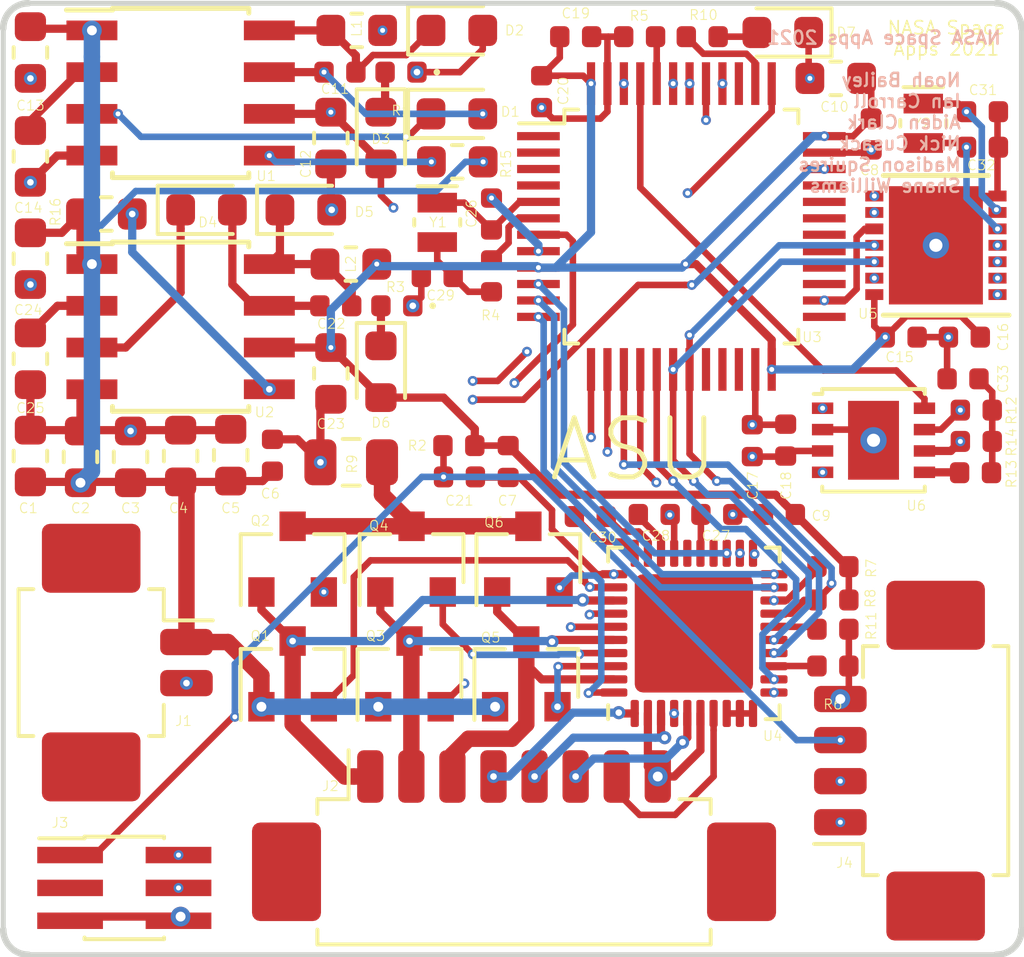
<source format=kicad_pcb>
(kicad_pcb (version 20171130) (host pcbnew "(5.0.1-3-g963ef8bb5)")
  (layers (0 F.Cu signal) (1 GND.Cu signal hide) (2 MIX.Cu signal hide) (31 B.Cu signal hide) (34 B.Paste user hide) (35 F.Paste user hide) (36 B.SilkS user hide) (37 F.SilkS user) (38 B.Mask user hide) (39 F.Mask user hide) (44 Edge.Cuts user))
  (net 0 "")
  (net 1 +3V3)
  (net 2 GND)
  (net 3 +24V)
  (net 4 /~MCU_RST)
  (net 5 /MCU_OSC_IN)
  (net 6 "Net-(C22-Pad1)")
  (net 7 +5V)
  (net 8 /CAN_OSC_IN)
  (net 9 /CAN_OSC_OUT)
  (net 10 "Net-(C33-Pad2)")
  (net 11 "Net-(D1-Pad1)")
  (net 12 "Net-(D4-Pad1)")
  (net 13 /U_PHA)
  (net 14 /U_HALL)
  (net 15 /V_HALL)
  (net 16 /V_PHA)
  (net 17 /SWCLK)
  (net 18 /SWDIO)
  (net 19 /W_PHA)
  (net 20 /W_HALL)
  (net 21 /CANH)
  (net 22 /CANL)
  (net 23 /+5V_HALL)
  (net 24 "Net-(Q1-Pad2)")
  (net 25 "Net-(Q2-Pad3)")
  (net 26 "Net-(Q2-Pad2)")
  (net 27 "Net-(Q3-Pad2)")
  (net 28 "Net-(Q4-Pad2)")
  (net 29 "Net-(Q5-Pad2)")
  (net 30 "Net-(Q6-Pad2)")
  (net 31 /~DRV_LCK)
  (net 32 /~DRV_FLT)
  (net 33 /MCU_OSC_OUT)
  (net 34 /SCLK)
  (net 35 /MOSI)
  (net 36 /MISO)
  (net 37 /DRV_FREQ)
  (net 38 /DRV_BRK)
  (net 39 /DRV_DIR)
  (net 40 /DRV_EN)
  (net 41 /DRV_RST)
  (net 42 "Net-(U3-Pad1)")
  (net 43 "Net-(U3-Pad2)")
  (net 44 "Net-(U3-Pad3)")
  (net 45 "Net-(U3-Pad4)")
  (net 46 /CAN_STBY)
  (net 47 "Net-(U3-Pad20)")
  (net 48 "Net-(U3-Pad21)")
  (net 49 "Net-(U3-Pad22)")
  (net 50 "Net-(U3-Pad27)")
  (net 51 "Net-(U3-Pad28)")
  (net 52 "Net-(U3-Pad29)")
  (net 53 "Net-(U3-Pad30)")
  (net 54 "Net-(U3-Pad31)")
  (net 55 "Net-(U3-Pad32)")
  (net 56 "Net-(U3-Pad33)")
  (net 57 "Net-(U3-Pad39)")
  (net 58 /TX_CAN)
  (net 59 /RX_CAN)
  (net 60 /~CAN_INT_TX)
  (net 61 /~CAN_INT_RX)
  (net 62 /~CAN_INT)
  (net 63 /CAN_CLKO)
  (net 64 "Net-(D6-Pad1)")
  (net 65 "Net-(C11-Pad2)")
  (net 66 "Net-(C11-Pad1)")
  (net 67 "Net-(C14-Pad1)")
  (net 68 "Net-(C22-Pad2)")
  (net 69 "Net-(C25-Pad1)")
  (net 70 "Net-(C27-Pad1)")
  (net 71 "Net-(C28-Pad2)")
  (net 72 "Net-(C29-Pad1)")
  (net 73 "Net-(C30-Pad2)")
  (net 74 "Net-(C30-Pad1)")
  (net 75 "Net-(D3-Pad1)")
  (net 76 "Net-(D7-Pad2)")
  (net 77 "Net-(J3-Pad3)")
  (net 78 "Net-(R5-Pad1)")
  (net 79 "Net-(R6-Pad2)")
  (net 80 "Net-(R10-Pad2)")
  (net 81 "Net-(R11-Pad1)")
  (net 82 "Net-(R13-Pad2)")
  (net 83 "Net-(U4-Pad10)")
  (net 84 "Net-(U4-Pad41)")
  (net 85 "Net-(U4-Pad24)")
  (net 86 "Net-(U4-Pad26)")
  (net 87 "Net-(R15-Pad1)")
  (net 88 "Net-(R16-Pad1)")
  (net 89 /~DRV_CS)
  (net 90 "Net-(U3-Pad25)")
  (net 91 /~CAN_CS)
  (module Capacitor_SMD:C_0603_1608Metric (layer F.Cu) (at 168.7195 114.1095 90)
    (fp_text reference C1 (at -1.5875 -0.0635 180) (layer F.SilkS) (effects (font (size 0.3 0.3) (thickness 0.03))))
    (fp_text value 10u)
    (pad 1 smd roundrect (at -0.7875 0 90) (size 0.875 0.95) (layers F.Cu F.Paste F.Mask) (net 3 +24V))
    (pad 2 smd roundrect (at 0.7875 0 90) (size 0.875 0.95) (layers F.Cu F.Paste F.Mask) (net 2 GND))
  )
  (module Capacitor_SMD:C_0603_1608Metric (layer F.Cu) (at 170.2435 114.135 90)
    (fp_text reference C2 (at -1.562 0 180) (layer F.SilkS) (effects (font (size 0.3 0.3) (thickness 0.03))))
    (fp_text value 10u)
    (pad 2 smd roundrect (at 0.7875 0 90) (size 0.875 0.95) (layers F.Cu F.Paste F.Mask) (net 2 GND))
    (pad 1 smd roundrect (at -0.7875 0 90) (size 0.875 0.95) (layers F.Cu F.Paste F.Mask) (net 3 +24V))
  )
  (module Capacitor_SMD:C_0603_1608Metric (layer F.Cu) (at 171.7675 114.135 90)
    (fp_text reference C3 (at -1.562 0 180) (layer F.SilkS) (effects (font (size 0.3 0.3) (thickness 0.03))))
    (fp_text value 10u)
    (pad 1 smd roundrect (at -0.7875 0 90) (size 0.875 0.95) (layers F.Cu F.Paste F.Mask) (net 3 +24V))
    (pad 2 smd roundrect (at 0.7875 0 90) (size 0.875 0.95) (layers F.Cu F.Paste F.Mask) (net 2 GND))
  )
  (module Capacitor_SMD:C_0603_1608Metric (layer F.Cu) (at 173.2915 114.1095 90)
    (fp_text reference C4 (at -1.5875 -0.0635 180) (layer F.SilkS) (effects (font (size 0.3 0.3) (thickness 0.03))))
    (fp_text value 10u)
    (pad 2 smd roundrect (at 0.7875 0 90) (size 0.875 0.95) (layers F.Cu F.Paste F.Mask) (net 2 GND))
    (pad 1 smd roundrect (at -0.7875 0 90) (size 0.875 0.95) (layers F.Cu F.Paste F.Mask) (net 3 +24V))
  )
  (module Capacitor_SMD:C_0603_1608Metric (layer F.Cu) (at 174.8155 114.084 90)
    (fp_text reference C5 (at -1.613 0 180) (layer F.SilkS) (effects (font (size 0.3 0.3) (thickness 0.03))))
    (fp_text value 10u)
    (pad 1 smd roundrect (at -0.7875 0 90) (size 0.875 0.95) (layers F.Cu F.Paste F.Mask) (net 3 +24V))
    (pad 2 smd roundrect (at 0.7875 0 90) (size 0.875 0.95) (layers F.Cu F.Paste F.Mask) (net 2 GND))
  )
  (module Capacitor_SMD:C_0402_1005Metric (layer F.Cu) (at 176.0855 114.0865 90)
    (fp_text reference C6 (at -1.166 -0.0635 180) (layer F.SilkS) (effects (font (size 0.3 0.3) (thickness 0.03))))
    (fp_text value 100n)
    (pad 2 smd roundrect (at 0.485 0 90) (size 0.59 0.64) (layers F.Cu F.Paste F.Mask) (net 2 GND))
    (pad 1 smd roundrect (at -0.485 0 90) (size 0.59 0.64) (layers F.Cu F.Paste F.Mask) (net 3 +24V))
  )
  (module Capacitor_SMD:C_0402_1005Metric (layer F.Cu) (at 183.261 114.277 270)
    (fp_text reference C7 (at 1.1914 0.0254) (layer F.SilkS) (effects (font (size 0.3 0.3) (thickness 0.03))))
    (fp_text value 100n)
    (pad 2 smd roundrect (at 0.485 0 270) (size 0.59 0.64) (layers F.Cu F.Paste F.Mask) (net 2 GND))
    (pad 1 smd roundrect (at -0.485 0 270) (size 0.59 0.64) (layers F.Cu F.Paste F.Mask) (net 1 +3V3))
  )
  (module Capacitor_SMD:C_0402_1005Metric (layer F.Cu) (at 194.31 104.3075 270)
    (fp_text reference C8 (at 1.1025 0.0508) (layer F.SilkS) (effects (font (size 0.3 0.3) (thickness 0.03))))
    (fp_text value 100n)
    (pad 1 smd roundrect (at -0.485 0 270) (size 0.59 0.64) (layers F.Cu F.Paste F.Mask) (net 1 +3V3))
    (pad 2 smd roundrect (at 0.485 0 270) (size 0.59 0.64) (layers F.Cu F.Paste F.Mask) (net 2 GND))
  )
  (module Capacitor_SMD:C_0402_1005Metric (layer F.Cu) (at 191.516 115.8875 180)
    (fp_text reference C9 (at -1.27 -0.0381 180) (layer F.SilkS) (effects (font (size 0.3 0.3) (thickness 0.03))))
    (fp_text value 100n)
    (pad 1 smd roundrect (at -0.485 0 180) (size 0.59 0.64) (layers F.Cu F.Paste F.Mask) (net 1 +3V3))
    (pad 2 smd roundrect (at 0.485 0 180) (size 0.59 0.64) (layers F.Cu F.Paste F.Mask) (net 2 GND))
  )
  (module Capacitor_SMD:C_0603_1608Metric (layer F.Cu) (at 193.2305 102.616 180)
    (fp_text reference C10 (at 0.0381 -0.8636) (layer F.SilkS) (effects (font (size 0.3 0.3) (thickness 0.03))))
    (fp_text value 10u)
    (pad 2 smd roundrect (at 0.7875 0 180) (size 0.875 0.95) (layers F.Cu F.Paste F.Mask) (net 2 GND))
    (pad 1 smd roundrect (at -0.7875 0 180) (size 0.875 0.95) (layers F.Cu F.Paste F.Mask) (net 1 +3V3))
  )
  (module Capacitor_SMD:C_0402_1005Metric (layer F.Cu) (at 178.1405 102.4255 180)
    (fp_text reference C11 (at 0.15 -0.508 180) (layer F.SilkS) (effects (font (size 0.3 0.3) (thickness 0.03))))
    (fp_text value 100n)
    (pad 1 smd roundrect (at -0.485 0 180) (size 0.59 0.64) (layers F.Cu F.Paste F.Mask) (net 66 "Net-(C11-Pad1)"))
    (pad 2 smd roundrect (at 0.485 0 180) (size 0.59 0.64) (layers F.Cu F.Paste F.Mask) (net 65 "Net-(C11-Pad2)"))
  )
  (module Capacitor_SMD:C_0603_1608Metric (layer F.Cu) (at 177.8635 104.432 90)
    (fp_text reference C12 (at -0.7875 -0.762 270) (layer F.SilkS) (effects (font (size 0.3 0.3) (thickness 0.03))))
    (fp_text value 10u)
    (pad 1 smd roundrect (at -0.7875 0 90) (size 0.875 0.95) (layers F.Cu F.Paste F.Mask) (net 2 GND))
    (pad 2 smd roundrect (at 0.7875 0 90) (size 0.875 0.95) (layers F.Cu F.Paste F.Mask) (net 7 +5V))
  )
  (module Capacitor_SMD:C_0603_1608Metric (layer F.Cu) (at 168.7195 101.8285 270)
    (fp_text reference C13 (at 1.613 0) (layer F.SilkS) (effects (font (size 0.3 0.3) (thickness 0.03))))
    (fp_text value 10u)
    (pad 2 smd roundrect (at 0.7875 0 270) (size 0.875 0.95) (layers F.Cu F.Paste F.Mask) (net 2 GND))
    (pad 1 smd roundrect (at -0.7875 0 270) (size 0.875 0.95) (layers F.Cu F.Paste F.Mask) (net 3 +24V))
  )
  (module Capacitor_SMD:C_0603_1608Metric (layer F.Cu) (at 168.7195 104.991 270)
    (fp_text reference C14 (at 1.562 0.0635) (layer F.SilkS) (effects (font (size 0.3 0.3) (thickness 0.03))))
    (fp_text value 10u)
    (pad 1 smd roundrect (at -0.7875 0 270) (size 0.875 0.95) (layers F.Cu F.Paste F.Mask) (net 67 "Net-(C14-Pad1)"))
    (pad 2 smd roundrect (at 0.7875 0 270) (size 0.875 0.95) (layers F.Cu F.Paste F.Mask) (net 2 GND))
  )
  (module Capacitor_SMD:C_0402_1005Metric (layer F.Cu) (at 195.222 110.49)
    (fp_text reference C15 (at -0.0484 0.6096) (layer F.SilkS) (effects (font (size 0.3 0.3) (thickness 0.03))))
    (fp_text value 100n)
    (pad 1 smd roundrect (at -0.485 0) (size 0.59 0.64) (layers F.Cu F.Paste F.Mask) (net 1 +3V3))
    (pad 2 smd roundrect (at 0.485 0) (size 0.59 0.64) (layers F.Cu F.Paste F.Mask) (net 2 GND))
  )
  (module Capacitor_SMD:C_0402_1005Metric (layer F.Cu) (at 197.1445 110.49 180)
    (fp_text reference C16 (at -1.1787 0 270) (layer F.SilkS) (effects (font (size 0.3 0.3) (thickness 0.03))))
    (fp_text value 1u)
    (pad 2 smd roundrect (at 0.485 0 180) (size 0.59 0.64) (layers F.Cu F.Paste F.Mask) (net 2 GND))
    (pad 1 smd roundrect (at -0.485 0 180) (size 0.59 0.64) (layers F.Cu F.Paste F.Mask) (net 1 +3V3))
  )
  (module Capacitor_SMD:C_0402_1005Metric (layer F.Cu) (at 190.6905 113.642 90)
    (fp_text reference C17 (at -1.3692 0.0127 270) (layer F.SilkS) (effects (font (size 0.3 0.3) (thickness 0.03))))
    (fp_text value 100n)
    (pad 2 smd roundrect (at 0.485 0 90) (size 0.59 0.64) (layers F.Cu F.Paste F.Mask) (net 2 GND))
    (pad 1 smd roundrect (at -0.485 0 90) (size 0.59 0.64) (layers F.Cu F.Paste F.Mask) (net 7 +5V))
  )
  (module Capacitor_SMD:C_0402_1005Metric (layer F.Cu) (at 191.7065 113.6245 90)
    (fp_text reference C18 (at -1.3867 0.0127 90) (layer F.SilkS) (effects (font (size 0.3 0.3) (thickness 0.03))))
    (fp_text value 1u)
    (pad 1 smd roundrect (at -0.485 0 90) (size 0.59 0.64) (layers F.Cu F.Paste F.Mask) (net 7 +5V))
    (pad 2 smd roundrect (at 0.485 0 90) (size 0.59 0.64) (layers F.Cu F.Paste F.Mask) (net 2 GND))
  )
  (module Capacitor_SMD:C_0402_1005Metric (layer F.Cu) (at 181.7775 114.7445)
    (fp_text reference C21 (at 0 0.7239) (layer F.SilkS) (effects (font (size 0.3 0.3) (thickness 0.03))))
    (fp_text value 100n)
    (pad 2 smd roundrect (at 0.485 0) (size 0.59 0.64) (layers F.Cu F.Paste F.Mask) (net 2 GND))
    (pad 1 smd roundrect (at -0.485 0) (size 0.59 0.64) (layers F.Cu F.Paste F.Mask) (net 4 /~MCU_RST))
  )
  (module Capacitor_SMD:C_0402_1005Metric (layer F.Cu) (at 178.0135 109.5375 180)
    (fp_text reference C22 (at 0.1373 -0.5461 180) (layer F.SilkS) (effects (font (size 0.3 0.3) (thickness 0.03))))
    (fp_text value 100n)
    (pad 2 smd roundrect (at 0.485 0 180) (size 0.59 0.64) (layers F.Cu F.Paste F.Mask) (net 68 "Net-(C22-Pad2)"))
    (pad 1 smd roundrect (at -0.485 0 180) (size 0.59 0.64) (layers F.Cu F.Paste F.Mask) (net 6 "Net-(C22-Pad1)"))
  )
  (module Capacitor_SMD:C_0603_1608Metric (layer F.Cu) (at 177.8635 111.595 90)
    (fp_text reference C23 (at -1.5366 0 180) (layer F.SilkS) (effects (font (size 0.3 0.3) (thickness 0.03))))
    (fp_text value 10u)
    (pad 2 smd roundrect (at 0.7875 0 90) (size 0.875 0.95) (layers F.Cu F.Paste F.Mask) (net 1 +3V3))
    (pad 1 smd roundrect (at -0.7875 0 90) (size 0.875 0.95) (layers F.Cu F.Paste F.Mask) (net 2 GND))
  )
  (module Capacitor_SMD:C_0603_1608Metric (layer F.Cu) (at 168.7195 108.1025 270)
    (fp_text reference C24 (at 1.562 0.0635) (layer F.SilkS) (effects (font (size 0.3 0.3) (thickness 0.03))))
    (fp_text value 10u)
    (pad 2 smd roundrect (at 0.7875 0 270) (size 0.875 0.95) (layers F.Cu F.Paste F.Mask) (net 2 GND))
    (pad 1 smd roundrect (at -0.7875 0 270) (size 0.875 0.95) (layers F.Cu F.Paste F.Mask) (net 3 +24V))
  )
  (module Capacitor_SMD:C_0603_1608Metric (layer F.Cu) (at 168.7195 111.1505 270)
    (fp_text reference C25 (at 1.4985 0) (layer F.SilkS) (effects (font (size 0.3 0.3) (thickness 0.03))))
    (fp_text value 10u)
    (pad 1 smd roundrect (at -0.7875 0 270) (size 0.875 0.95) (layers F.Cu F.Paste F.Mask) (net 69 "Net-(C25-Pad1)"))
    (pad 2 smd roundrect (at 0.7875 0 270) (size 0.875 0.95) (layers F.Cu F.Paste F.Mask) (net 2 GND))
  )
  (module Capacitor_SMD:C_0402_1005Metric (layer F.Cu) (at 182.753 106.7435 90)
    (fp_text reference C26 (at 0.0127 -0.6096 270) (layer F.SilkS) (effects (font (size 0.3 0.3) (thickness 0.03))))
    (fp_text value 10p)
    (pad 1 smd roundrect (at -0.485 0 90) (size 0.59 0.64) (layers F.Cu F.Paste F.Mask) (net 5 /MCU_OSC_IN))
    (pad 2 smd roundrect (at 0.485 0 90) (size 0.59 0.64) (layers F.Cu F.Paste F.Mask) (net 2 GND))
  )
  (module Capacitor_SMD:C_0402_1005Metric (layer F.Cu) (at 189.611 115.8875)
    (fp_text reference C27 (at -0.0254 0.6477) (layer F.SilkS) (effects (font (size 0.3 0.3) (thickness 0.03))))
    (fp_text value 1u)
    (pad 2 smd roundrect (at 0.485 0) (size 0.59 0.64) (layers F.Cu F.Paste F.Mask) (net 2 GND))
    (pad 1 smd roundrect (at -0.485 0) (size 0.59 0.64) (layers F.Cu F.Paste F.Mask) (net 70 "Net-(C27-Pad1)"))
  )
  (module Capacitor_SMD:C_0402_1005Metric (layer F.Cu) (at 187.706 115.8875 180)
    (fp_text reference C28 (at -0.0508 -0.6477 180) (layer F.SilkS) (effects (font (size 0.3 0.3) (thickness 0.03))))
    (fp_text value 1u)
    (pad 1 smd roundrect (at -0.485 0 180) (size 0.59 0.64) (layers F.Cu F.Paste F.Mask) (net 3 +24V))
    (pad 2 smd roundrect (at 0.485 0 180) (size 0.59 0.64) (layers F.Cu F.Paste F.Mask) (net 71 "Net-(C28-Pad2)"))
  )
  (module Capacitor_SMD:C_0402_1005Metric (layer F.Cu) (at 181.102 108.6485 180)
    (fp_text reference C29 (at -0.1016 -0.5715 180) (layer F.SilkS) (effects (font (size 0.3 0.3) (thickness 0.03))))
    (fp_text value 10p)
    (pad 1 smd roundrect (at -0.485 0 180) (size 0.59 0.64) (layers F.Cu F.Paste F.Mask) (net 72 "Net-(C29-Pad1)"))
    (pad 2 smd roundrect (at 0.485 0 180) (size 0.59 0.64) (layers F.Cu F.Paste F.Mask) (net 2 GND))
  )
  (module Capacitor_SMD:C_0402_1005Metric (layer F.Cu) (at 185.7605 115.951)
    (fp_text reference C30 (at 0.3707 0.635) (layer F.SilkS) (effects (font (size 0.3 0.3) (thickness 0.03))))
    (fp_text value 100n)
    (pad 2 smd roundrect (at 0.485 0) (size 0.59 0.64) (layers F.Cu F.Paste F.Mask) (net 73 "Net-(C30-Pad2)"))
    (pad 1 smd roundrect (at -0.485 0) (size 0.59 0.64) (layers F.Cu F.Paste F.Mask) (net 74 "Net-(C30-Pad1)"))
  )
  (module Capacitor_SMD:C_0402_1005Metric (layer F.Cu) (at 197.695546 103.630233)
    (fp_text reference C31 (at 0.018054 -0.658633) (layer F.SilkS) (effects (font (size 0.3 0.3) (thickness 0.03))))
    (fp_text value 10p)
    (pad 2 smd roundrect (at 0.485 0) (size 0.59 0.64) (layers F.Cu F.Paste F.Mask) (net 2 GND))
    (pad 1 smd roundrect (at -0.485 0) (size 0.59 0.64) (layers F.Cu F.Paste F.Mask) (net 8 /CAN_OSC_IN))
  )
  (module Capacitor_SMD:C_0402_1005Metric (layer F.Cu) (at 197.695546 104.709733)
    (fp_text reference C32 (at -0.032746 0.547867 180) (layer F.SilkS) (effects (font (size 0.3 0.3) (thickness 0.03))))
    (fp_text value 10p)
    (pad 1 smd roundrect (at -0.485 0) (size 0.59 0.64) (layers F.Cu F.Paste F.Mask) (net 9 /CAN_OSC_OUT))
    (pad 2 smd roundrect (at 0.485 0) (size 0.59 0.64) (layers F.Cu F.Paste F.Mask) (net 2 GND))
  )
  (module Diode_SMD:D_0603_1608Metric (layer F.Cu) (at 181.699 103.6955)
    (fp_text reference D1 (at 1.6255 -0.0635 180) (layer F.SilkS) (effects (font (size 0.3 0.3) (thickness 0.03))))
    (fp_text value DIODE)
    (pad 1 smd roundrect (at -0.7875 0) (size 0.875 0.95) (layers F.Cu F.Paste F.Mask) (net 11 "Net-(D1-Pad1)"))
    (pad 2 smd roundrect (at 0.7875 0) (size 0.875 0.95) (layers F.Cu F.Paste F.Mask) (net 65 "Net-(C11-Pad2)"))
  )
  (module Diode_SMD:D_0603_1608Metric (layer F.Cu) (at 181.699 101.1555)
    (fp_text reference D2 (at 1.7525 0 180) (layer F.SilkS) (effects (font (size 0.3 0.3) (thickness 0.03))))
    (fp_text value D_Zener)
    (pad 1 smd roundrect (at -0.7875 0) (size 0.875 0.95) (layers F.Cu F.Paste F.Mask) (net 66 "Net-(C11-Pad1)"))
    (pad 2 smd roundrect (at 0.7875 0) (size 0.875 0.95) (layers F.Cu F.Paste F.Mask) (net 2 GND))
  )
  (module LED_SMD:LED_0603_1608Metric (layer F.Cu) (at 179.3875 104.432 270)
    (fp_text reference D3 (at 0.0255 0) (layer F.SilkS) (effects (font (size 0.3 0.3) (thickness 0.03))))
    (fp_text value LED)
    (pad 2 smd roundrect (at 0.7875 0 270) (size 0.875 0.95) (layers F.Cu F.Paste F.Mask) (net 7 +5V))
    (pad 1 smd roundrect (at -0.7875 0 270) (size 0.875 0.95) (layers F.Cu F.Paste F.Mask) (net 75 "Net-(D3-Pad1)"))
  )
  (module Diode_SMD:D_0603_1608Metric (layer F.Cu) (at 174.079 106.6165)
    (fp_text reference D4 (at 0.038 0.381) (layer F.SilkS) (effects (font (size 0.3 0.3) (thickness 0.03))))
    (fp_text value DIODE)
    (pad 1 smd roundrect (at -0.7875 0) (size 0.875 0.95) (layers F.Cu F.Paste F.Mask) (net 12 "Net-(D4-Pad1)"))
    (pad 2 smd roundrect (at 0.7875 0) (size 0.875 0.95) (layers F.Cu F.Paste F.Mask) (net 68 "Net-(C22-Pad2)"))
  )
  (module Diode_SMD:D_0603_1608Metric (layer F.Cu) (at 177.1015 106.6165)
    (fp_text reference D5 (at 1.778 0.0635 180) (layer F.SilkS) (effects (font (size 0.3 0.3) (thickness 0.03))))
    (fp_text value D_Zener)
    (pad 2 smd roundrect (at 0.7875 0) (size 0.875 0.95) (layers F.Cu F.Paste F.Mask) (net 2 GND))
    (pad 1 smd roundrect (at -0.7875 0) (size 0.875 0.95) (layers F.Cu F.Paste F.Mask) (net 6 "Net-(C22-Pad1)"))
  )
  (module LED_SMD:LED_0603_1608Metric (layer F.Cu) (at 179.3875 111.544 270)
    (fp_text reference D6 (at 1.5495 0) (layer F.SilkS) (effects (font (size 0.3 0.3) (thickness 0.03))))
    (fp_text value LED)
    (pad 1 smd roundrect (at -0.7875 0 270) (size 0.875 0.95) (layers F.Cu F.Paste F.Mask) (net 64 "Net-(D6-Pad1)"))
    (pad 2 smd roundrect (at 0.7875 0 270) (size 0.875 0.95) (layers F.Cu F.Paste F.Mask) (net 1 +3V3))
  )
  (module LED_SMD:LED_0603_1608Metric (layer F.Cu) (at 191.6175 101.219 180)
    (fp_text reference D7 (at -1.9305 0 180) (layer F.SilkS) (effects (font (size 0.3 0.3) (thickness 0.03))))
    (fp_text value LED)
    (pad 1 smd roundrect (at -0.7875 0 180) (size 0.875 0.95) (layers F.Cu F.Paste F.Mask) (net 2 GND))
    (pad 2 smd roundrect (at 0.7875 0 180) (size 0.875 0.95) (layers F.Cu F.Paste F.Mask) (net 76 "Net-(D7-Pad2)"))
  )
  (module Connector_Molex:Molex_PicoBlade_53261-0271_1x02-1MP_P1.25mm_Horizontal (layer F.Cu) (at 171.069 120.396 270)
    (fp_text reference J1 (at 1.778 -2.3114) (layer F.SilkS) (effects (font (size 0.3 0.3) (thickness 0.03))))
    (fp_text value Conn_01x02)
    (pad 1 smd roundrect (at -0.625 -2.4 270) (size 0.8 1.6) (layers F.Cu F.Paste F.Mask) (net 3 +24V))
    (pad 2 smd roundrect (at 0.625 -2.4 270) (size 0.8 1.6) (layers F.Cu F.Paste F.Mask) (net 2 GND))
    (pad MP smd roundrect (at -3.175 0.5 270) (size 2.1 3) (layers F.Cu F.Paste F.Mask) (roundrect_rratio 0.119048))
    (pad MP smd roundrect (at 3.175 0.5 270) (size 2.1 3) (layers F.Cu F.Paste F.Mask) (roundrect_rratio 0.119048))
  )
  (module Connector_Molex:Molex_PicoBlade_53261-0871_1x08-1MP_P1.25mm_Horizontal (layer F.Cu) (at 183.4388 126.2634)
    (fp_text reference J2 (at -5.588 -2.1082) (layer F.SilkS) (effects (font (size 0.3 0.3) (thickness 0.03))))
    (fp_text value Conn_01x08)
    (pad 1 smd roundrect (at -4.375 -2.4) (size 0.8 1.6) (layers F.Cu F.Paste F.Mask) (net 13 /U_PHA))
    (pad 2 smd roundrect (at -3.125 -2.4) (size 0.8 1.6) (layers F.Cu F.Paste F.Mask) (net 16 /V_PHA))
    (pad 3 smd roundrect (at -1.875 -2.4) (size 0.8 1.6) (layers F.Cu F.Paste F.Mask) (net 19 /W_PHA))
    (pad 4 smd roundrect (at -0.625 -2.4) (size 0.8 1.6) (layers F.Cu F.Paste F.Mask) (net 14 /U_HALL))
    (pad 5 smd roundrect (at 0.625 -2.4) (size 0.8 1.6) (layers F.Cu F.Paste F.Mask) (net 15 /V_HALL))
    (pad 6 smd roundrect (at 1.875 -2.4) (size 0.8 1.6) (layers F.Cu F.Paste F.Mask) (net 20 /W_HALL))
    (pad 7 smd roundrect (at 3.125 -2.4) (size 0.8 1.6) (layers F.Cu F.Paste F.Mask) (net 23 /+5V_HALL))
    (pad 8 smd roundrect (at 4.375 -2.4) (size 0.8 1.6) (layers F.Cu F.Paste F.Mask) (net 2 GND))
    (pad MP smd roundrect (at -6.925 0.5) (size 2.1 3) (layers F.Cu F.Paste F.Mask) (roundrect_rratio 0.119048))
    (pad MP smd roundrect (at 6.925 0.5) (size 2.1 3) (layers F.Cu F.Paste F.Mask) (roundrect_rratio 0.119048))
  )
  (module Connector_PinHeader_1.00mm:PinHeader_2x03_P1.00mm_Vertical_SMD (layer F.Cu) (at 171.577 127.254)
    (fp_text reference J3 (at -1.9558 -1.9812) (layer F.SilkS) (effects (font (size 0.3 0.3) (thickness 0.03))))
    (fp_text value Conn_02x03_Odd_Even)
    (pad 1 smd rect (at -1.65 -1) (size 2 0.5) (layers F.Cu F.Paste F.Mask) (net 4 /~MCU_RST))
    (pad 2 smd rect (at 1.65 -1) (size 2 0.5) (layers F.Cu F.Paste F.Mask) (net 17 /SWCLK))
    (pad 3 smd rect (at -1.65 0) (size 2 0.5) (layers F.Cu F.Paste F.Mask) (net 77 "Net-(J3-Pad3)"))
    (pad 4 smd rect (at 1.65 0) (size 2 0.5) (layers F.Cu F.Paste F.Mask) (net 18 /SWDIO))
    (pad 5 smd rect (at -1.65 1) (size 2 0.5) (layers F.Cu F.Paste F.Mask) (net 2 GND))
    (pad 6 smd rect (at 1.65 1) (size 2 0.5) (layers F.Cu F.Paste F.Mask) (net 2 GND))
  )
  (module Connector_Molex:Molex_PicoBlade_53261-0471_1x04-1MP_P1.25mm_Horizontal (layer F.Cu) (at 195.7705 123.3805 90)
    (fp_text reference J4 (at -3.1115 -2.2733) (layer F.SilkS) (effects (font (size 0.3 0.3) (thickness 0.03))))
    (fp_text value Conn_01x04)
    (pad 1 smd roundrect (at -1.875 -2.4 90) (size 0.8 1.6) (layers F.Cu F.Paste F.Mask) (net 21 /CANH))
    (pad 2 smd roundrect (at -0.625 -2.4 90) (size 0.8 1.6) (layers F.Cu F.Paste F.Mask) (net 22 /CANL))
    (pad 3 smd roundrect (at 0.625 -2.4 90) (size 0.8 1.6) (layers F.Cu F.Paste F.Mask) (net 4 /~MCU_RST))
    (pad 4 smd roundrect (at 1.875 -2.4 90) (size 0.8 1.6) (layers F.Cu F.Paste F.Mask) (net 2 GND))
    (pad MP smd roundrect (at -4.425 0.5 90) (size 2.1 3) (layers F.Cu F.Paste F.Mask) (roundrect_rratio 0.119048))
    (pad MP smd roundrect (at 4.425 0.5 90) (size 2.1 3) (layers F.Cu F.Paste F.Mask) (roundrect_rratio 0.119048))
  )
  (module Inductor_SMD:L_0603_1608Metric (layer F.Cu) (at 178.651 101.1555)
    (fp_text reference L1 (at 0 -0.0635 90) (layer F.SilkS) (effects (font (size 0.3 0.3) (thickness 0.03))))
    (fp_text value 2.2u)
    (pad 1 smd roundrect (at -0.7875 0) (size 0.875 0.95) (layers F.Cu F.Paste F.Mask) (net 66 "Net-(C11-Pad1)"))
    (pad 2 smd roundrect (at 0.7875 0) (size 0.875 0.95) (layers F.Cu F.Paste F.Mask) (net 7 +5V))
  )
  (module Inductor_SMD:L_0603_1608Metric (layer F.Cu) (at 178.473 108.2675)
    (fp_text reference L2 (at 0 0 90) (layer F.SilkS) (effects (font (size 0.3 0.3) (thickness 0.03))))
    (fp_text value 2.2u)
    (pad 2 smd roundrect (at 0.7875 0) (size 0.875 0.95) (layers F.Cu F.Paste F.Mask) (net 1 +3V3))
    (pad 1 smd roundrect (at -0.7875 0) (size 0.875 0.95) (layers F.Cu F.Paste F.Mask) (net 6 "Net-(C22-Pad1)"))
  )
  (module Package_TO_SOT_SMD:SOT-23 (layer F.Cu) (at 176.700331 120.740392 90)
    (fp_text reference Q1 (at 1.157192 -0.983131 180) (layer F.SilkS) (effects (font (size 0.3 0.3) (thickness 0.03))))
    (fp_text value Q_NMOS_DGS)
    (pad 1 smd rect (at -1 -0.95 90) (size 0.9 0.8) (layers F.Cu F.Paste F.Mask) (net 3 +24V))
    (pad 2 smd rect (at -1 0.95 90) (size 0.9 0.8) (layers F.Cu F.Paste F.Mask) (net 24 "Net-(Q1-Pad2)"))
    (pad 3 smd rect (at 1 0 90) (size 0.9 0.8) (layers F.Cu F.Paste F.Mask) (net 13 /U_PHA))
  )
  (module Package_TO_SOT_SMD:SOT-23 (layer F.Cu) (at 176.700331 117.247892 90)
    (fp_text reference Q2 (at 1.169892 -0.983131 180) (layer F.SilkS) (effects (font (size 0.3 0.3) (thickness 0.03))))
    (fp_text value Q_NMOS_DGS)
    (pad 3 smd rect (at 1 0 90) (size 0.9 0.8) (layers F.Cu F.Paste F.Mask) (net 25 "Net-(Q2-Pad3)"))
    (pad 2 smd rect (at -1 0.95 90) (size 0.9 0.8) (layers F.Cu F.Paste F.Mask) (net 26 "Net-(Q2-Pad2)"))
    (pad 1 smd rect (at -1 -0.95 90) (size 0.9 0.8) (layers F.Cu F.Paste F.Mask) (net 13 /U_PHA))
  )
  (module Package_TO_SOT_SMD:SOT-23 (layer F.Cu) (at 180.256331 120.740392 90)
    (fp_text reference Q3 (at 1.157192 -1.033931 180) (layer F.SilkS) (effects (font (size 0.3 0.3) (thickness 0.03))))
    (fp_text value Q_NMOS_DGS)
    (pad 3 smd rect (at 1 0 90) (size 0.9 0.8) (layers F.Cu F.Paste F.Mask) (net 16 /V_PHA))
    (pad 2 smd rect (at -1 0.95 90) (size 0.9 0.8) (layers F.Cu F.Paste F.Mask) (net 27 "Net-(Q3-Pad2)"))
    (pad 1 smd rect (at -1 -0.95 90) (size 0.9 0.8) (layers F.Cu F.Paste F.Mask) (net 3 +24V))
  )
  (module Package_TO_SOT_SMD:SOT-23 (layer F.Cu) (at 180.319831 117.247892 90)
    (fp_text reference Q4 (at 1.017492 -0.995831 180) (layer F.SilkS) (effects (font (size 0.3 0.3) (thickness 0.03))))
    (fp_text value Q_NMOS_DGS)
    (pad 1 smd rect (at -1 -0.95 90) (size 0.9 0.8) (layers F.Cu F.Paste F.Mask) (net 16 /V_PHA))
    (pad 2 smd rect (at -1 0.95 90) (size 0.9 0.8) (layers F.Cu F.Paste F.Mask) (net 28 "Net-(Q4-Pad2)"))
    (pad 3 smd rect (at 1 0 90) (size 0.9 0.8) (layers F.Cu F.Paste F.Mask) (net 25 "Net-(Q2-Pad3)"))
  )
  (module Package_TO_SOT_SMD:SOT-23 (layer F.Cu) (at 183.812331 120.740392 90)
    (fp_text reference Q5 (at 1.106392 -1.084731 180) (layer F.SilkS) (effects (font (size 0.3 0.3) (thickness 0.03))))
    (fp_text value Q_NMOS_DGS)
    (pad 3 smd rect (at 1 0 90) (size 0.9 0.8) (layers F.Cu F.Paste F.Mask) (net 19 /W_PHA))
    (pad 2 smd rect (at -1 0.95 90) (size 0.9 0.8) (layers F.Cu F.Paste F.Mask) (net 29 "Net-(Q5-Pad2)"))
    (pad 1 smd rect (at -1 -0.95 90) (size 0.9 0.8) (layers F.Cu F.Paste F.Mask) (net 3 +24V))
  )
  (module Package_TO_SOT_SMD:SOT-23 (layer F.Cu) (at 183.875831 117.247892 90)
    (fp_text reference Q6 (at 1.119092 -1.046631 180) (layer F.SilkS) (effects (font (size 0.3 0.3) (thickness 0.03))))
    (fp_text value Q_NMOS_DGS)
    (pad 1 smd rect (at -1 -0.95 90) (size 0.9 0.8) (layers F.Cu F.Paste F.Mask) (net 19 /W_PHA))
    (pad 2 smd rect (at -1 0.95 90) (size 0.9 0.8) (layers F.Cu F.Paste F.Mask) (net 30 "Net-(Q6-Pad2)"))
    (pad 3 smd rect (at 1 0 90) (size 0.9 0.8) (layers F.Cu F.Paste F.Mask) (net 25 "Net-(Q2-Pad3)"))
  )
  (module LED_SMD:LED_0402_1005Metric (layer F.Cu) (at 179.9995 102.4255 180)
    (fp_text reference R1 (at 0 -1.17 180) (layer F.SilkS) (effects (font (size 0.3 0.3) (thickness 0.03))))
    (fp_text value 510)
    (pad 2 smd roundrect (at 0.485 0 180) (size 0.59 0.64) (layers F.Cu F.Paste F.Mask) (net 75 "Net-(D3-Pad1)"))
    (pad 1 smd roundrect (at -0.485 0 180) (size 0.59 0.64) (layers F.Cu F.Paste F.Mask) (net 2 GND))
  )
  (module Resistor_SMD:R_0402_1005Metric (layer F.Cu) (at 181.76 113.792 180)
    (fp_text reference R2 (at 1.2676 0 180) (layer F.SilkS) (effects (font (size 0.3 0.3) (thickness 0.03))))
    (fp_text value 4.7k)
    (pad 2 smd roundrect (at 0.485 0 180) (size 0.59 0.64) (layers F.Cu F.Paste F.Mask) (net 4 /~MCU_RST))
    (pad 1 smd roundrect (at -0.485 0 180) (size 0.59 0.64) (layers F.Cu F.Paste F.Mask) (net 1 +3V3))
  )
  (module LED_SMD:LED_0402_1005Metric (layer F.Cu) (at 179.8725 109.5375 180)
    (fp_text reference R3 (at 0.0405 0.5715 180) (layer F.SilkS) (effects (font (size 0.3 0.3) (thickness 0.03))))
    (fp_text value 330)
    (pad 1 smd roundrect (at -0.485 0 180) (size 0.59 0.64) (layers F.Cu F.Paste F.Mask) (net 2 GND))
    (pad 2 smd roundrect (at 0.485 0 180) (size 0.59 0.64) (layers F.Cu F.Paste F.Mask) (net 64 "Net-(D6-Pad1)"))
  )
  (module Resistor_SMD:R_0402_1005Metric (layer F.Cu) (at 182.753 108.6255 270)
    (fp_text reference R4 (at 1.2041 0.0254) (layer F.SilkS) (effects (font (size 0.3 0.3) (thickness 0.03))))
    (fp_text value 400)
    (pad 1 smd roundrect (at -0.485 0 270) (size 0.59 0.64) (layers F.Cu F.Paste F.Mask) (net 33 /MCU_OSC_OUT))
    (pad 2 smd roundrect (at 0.485 0 270) (size 0.59 0.64) (layers F.Cu F.Paste F.Mask) (net 72 "Net-(C29-Pad1)"))
  )
  (module Resistor_SMD:R_0402_1005Metric (layer F.Cu) (at 187.2615 101.346 180)
    (fp_text reference R5 (at 0.0127 0.635 180) (layer F.SilkS) (effects (font (size 0.3 0.3) (thickness 0.03))))
    (fp_text value 1k)
    (pad 2 smd roundrect (at 0.485 0 180) (size 0.59 0.64) (layers F.Cu F.Paste F.Mask) (net 2 GND))
    (pad 1 smd roundrect (at -0.485 0 180) (size 0.59 0.64) (layers F.Cu F.Paste F.Mask) (net 78 "Net-(R5-Pad1)"))
  )
  (module Resistor_SMD:R_0402_1005Metric (layer F.Cu) (at 193.144 120.5 180)
    (fp_text reference R6 (at 0 -1.17 180) (layer F.SilkS) (effects (font (size 0.3 0.3) (thickness 0.03))))
    (fp_text value 10k)
    (pad 2 smd roundrect (at 0.485 0 180) (size 0.59 0.64) (layers F.Cu F.Paste F.Mask) (net 79 "Net-(R6-Pad2)"))
    (pad 1 smd roundrect (at -0.485 0 180) (size 0.59 0.64) (layers F.Cu F.Paste F.Mask) (net 2 GND))
  )
  (module Resistor_SMD:R_0402_1005Metric (layer F.Cu) (at 193.144 117.475 180)
    (fp_text reference R7 (at -1.166 -0.0508 270) (layer F.SilkS) (effects (font (size 0.3 0.3) (thickness 0.03))))
    (fp_text value 4.7k)
    (pad 1 smd roundrect (at -0.485 0 180) (size 0.59 0.64) (layers F.Cu F.Paste F.Mask) (net 1 +3V3))
    (pad 2 smd roundrect (at 0.485 0 180) (size 0.59 0.64) (layers F.Cu F.Paste F.Mask) (net 31 /~DRV_LCK))
  )
  (module Resistor_SMD:R_0402_1005Metric (layer F.Cu) (at 193.144 118.491 180)
    (fp_text reference R8 (at -1.1406 0.0508 270) (layer F.SilkS) (effects (font (size 0.3 0.3) (thickness 0.03))))
    (fp_text value 4.7k)
    (pad 2 smd roundrect (at 0.485 0 180) (size 0.59 0.64) (layers F.Cu F.Paste F.Mask) (net 32 /~DRV_FLT))
    (pad 1 smd roundrect (at -0.485 0 180) (size 0.59 0.64) (layers F.Cu F.Paste F.Mask) (net 1 +3V3))
  )
  (module Resistor_SMD:R_0805_2012Metric (layer F.Cu) (at 178.4835 114.3 180)
    (fp_text reference R9 (at -0.0277 -0.0508 90) (layer F.SilkS) (effects (font (size 0.3 0.3) (thickness 0.03))))
    (fp_text value 0.25)
    (pad 1 smd roundrect (at -0.9375 0 180) (size 0.975 1.4) (layers F.Cu F.Paste F.Mask) (net 25 "Net-(Q2-Pad3)"))
    (pad 2 smd roundrect (at 0.9375 0 180) (size 0.975 1.4) (layers F.Cu F.Paste F.Mask) (net 2 GND))
  )
  (module Resistor_SMD:R_0402_1005Metric (layer F.Cu) (at 189.1665 101.346 180)
    (fp_text reference R10 (at -0.0381 0.6604 180) (layer F.SilkS) (effects (font (size 0.3 0.3) (thickness 0.03))))
    (fp_text value 330)
    (pad 2 smd roundrect (at 0.485 0 180) (size 0.59 0.64) (layers F.Cu F.Paste F.Mask) (net 80 "Net-(R10-Pad2)"))
    (pad 1 smd roundrect (at -0.485 0 180) (size 0.59 0.64) (layers F.Cu F.Paste F.Mask) (net 76 "Net-(D7-Pad2)"))
  )
  (module Resistor_SMD:R_0402_1005Metric (layer F.Cu) (at 193.144 119.38)
    (fp_text reference R11 (at 1.166 -0.1016 270) (layer F.SilkS) (effects (font (size 0.3 0.3) (thickness 0.03))))
    (fp_text value 10k)
    (pad 1 smd roundrect (at -0.485 0) (size 0.59 0.64) (layers F.Cu F.Paste F.Mask) (net 81 "Net-(R11-Pad1)"))
    (pad 2 smd roundrect (at 0.485 0) (size 0.59 0.64) (layers F.Cu F.Paste F.Mask) (net 2 GND))
  )
  (module Resistor_SMD:R_0402_1005Metric (layer F.Cu) (at 197.508 112.7125)
    (fp_text reference R12 (at 1.0692 0.0127 90) (layer F.SilkS) (effects (font (size 0.3 0.3) (thickness 0.03))))
    (fp_text value 60)
    (pad 2 smd roundrect (at 0.485 0) (size 0.59 0.64) (layers F.Cu F.Paste F.Mask) (net 10 "Net-(C33-Pad2)"))
    (pad 1 smd roundrect (at -0.485 0) (size 0.59 0.64) (layers F.Cu F.Paste F.Mask) (net 21 /CANH))
  )
  (module Resistor_SMD:R_0402_1005Metric (layer F.Cu) (at 197.485 114.6175 180)
    (fp_text reference R13 (at -1.0922 -0.0381 270) (layer F.SilkS) (effects (font (size 0.3 0.3) (thickness 0.03))))
    (fp_text value 300)
    (pad 2 smd roundrect (at 0.485 0 180) (size 0.59 0.64) (layers F.Cu F.Paste F.Mask) (net 82 "Net-(R13-Pad2)"))
    (pad 1 smd roundrect (at -0.485 0 180) (size 0.59 0.64) (layers F.Cu F.Paste F.Mask) (net 10 "Net-(C33-Pad2)"))
  )
  (module Resistor_SMD:R_0402_1005Metric (layer F.Cu) (at 197.508 113.665 180)
    (fp_text reference R14 (at -1.0692 -0.0254 270) (layer F.SilkS) (effects (font (size 0.3 0.3) (thickness 0.03))))
    (fp_text value 60)
    (pad 1 smd roundrect (at -0.485 0 180) (size 0.59 0.64) (layers F.Cu F.Paste F.Mask) (net 10 "Net-(C33-Pad2)"))
    (pad 2 smd roundrect (at 0.485 0 180) (size 0.59 0.64) (layers F.Cu F.Paste F.Mask) (net 22 /CANL))
  )
  (module Package_SO:SOIC-8_3.9x4.9mm_P1.27mm (layer F.Cu) (at 173.2915 103.0605)
    (fp_text reference U1 (at 2.6035 2.5273) (layer F.SilkS) (effects (font (size 0.3 0.3) (thickness 0.03))))
    (fp_text value NCV891130PD50R2G)
    (pad 1 smd rect (at -2.7 -1.905) (size 1.55 0.6) (layers F.Cu F.Paste F.Mask) (net 3 +24V))
    (pad 2 smd rect (at -2.7 -0.635) (size 1.55 0.6) (layers F.Cu F.Paste F.Mask) (net 67 "Net-(C14-Pad1)"))
    (pad 3 smd rect (at -2.7 0.635) (size 1.55 0.6) (layers F.Cu F.Paste F.Mask) (net 11 "Net-(D1-Pad1)"))
    (pad 4 smd rect (at -2.7 1.905) (size 1.55 0.6) (layers F.Cu F.Paste F.Mask) (net 2 GND))
    (pad 5 smd rect (at 2.7 1.905) (size 1.55 0.6) (layers F.Cu F.Paste F.Mask) (net 87 "Net-(R15-Pad1)"))
    (pad 6 smd rect (at 2.7 0.635) (size 1.55 0.6) (layers F.Cu F.Paste F.Mask) (net 7 +5V))
    (pad 7 smd rect (at 2.7 -0.635) (size 1.55 0.6) (layers F.Cu F.Paste F.Mask) (net 65 "Net-(C11-Pad2)"))
    (pad 8 smd rect (at 2.7 -1.905) (size 1.55 0.6) (layers F.Cu F.Paste F.Mask) (net 66 "Net-(C11-Pad1)"))
  )
  (module Package_SO:SOIC-8_3.9x4.9mm_P1.27mm (layer F.Cu) (at 173.2915 110.1725)
    (fp_text reference U2 (at 2.5527 2.6035) (layer F.SilkS) (effects (font (size 0.3 0.3) (thickness 0.03))))
    (fp_text value NCV891130PD33R2G)
    (pad 8 smd rect (at 2.7 -1.905) (size 1.55 0.6) (layers F.Cu F.Paste F.Mask) (net 6 "Net-(C22-Pad1)"))
    (pad 7 smd rect (at 2.7 -0.635) (size 1.55 0.6) (layers F.Cu F.Paste F.Mask) (net 68 "Net-(C22-Pad2)"))
    (pad 6 smd rect (at 2.7 0.635) (size 1.55 0.6) (layers F.Cu F.Paste F.Mask) (net 1 +3V3))
    (pad 5 smd rect (at 2.7 1.905) (size 1.55 0.6) (layers F.Cu F.Paste F.Mask) (net 88 "Net-(R16-Pad1)"))
    (pad 4 smd rect (at -2.7 1.905) (size 1.55 0.6) (layers F.Cu F.Paste F.Mask) (net 2 GND))
    (pad 3 smd rect (at -2.7 0.635) (size 1.55 0.6) (layers F.Cu F.Paste F.Mask) (net 12 "Net-(D4-Pad1)"))
    (pad 2 smd rect (at -2.7 -0.635) (size 1.55 0.6) (layers F.Cu F.Paste F.Mask) (net 69 "Net-(C25-Pad1)"))
    (pad 1 smd rect (at -2.7 -1.905) (size 1.55 0.6) (layers F.Cu F.Paste F.Mask) (net 3 +24V))
  )
  (module Package_QFP:LQFP-48_7x7mm_P0.5mm (layer F.Cu) (at 188.5315 107.1245)
    (fp_text reference U3 (at 3.9751 3.3655) (layer F.SilkS) (effects (font (size 0.3 0.3) (thickness 0.03))))
    (fp_text value STM32L031C6Tx)
    (pad 1 smd rect (at -4.35 -2.75) (size 1.3 0.25) (layers F.Cu F.Paste F.Mask) (net 42 "Net-(U3-Pad1)"))
    (pad 2 smd rect (at -4.35 -2.25) (size 1.3 0.25) (layers F.Cu F.Paste F.Mask) (net 43 "Net-(U3-Pad2)"))
    (pad 3 smd rect (at -4.35 -1.75) (size 1.3 0.25) (layers F.Cu F.Paste F.Mask) (net 44 "Net-(U3-Pad3)"))
    (pad 4 smd rect (at -4.35 -1.25) (size 1.3 0.25) (layers F.Cu F.Paste F.Mask) (net 45 "Net-(U3-Pad4)"))
    (pad 5 smd rect (at -4.35 -0.75) (size 1.3 0.25) (layers F.Cu F.Paste F.Mask) (net 5 /MCU_OSC_IN))
    (pad 6 smd rect (at -4.35 -0.25) (size 1.3 0.25) (layers F.Cu F.Paste F.Mask) (net 33 /MCU_OSC_OUT))
    (pad 7 smd rect (at -4.35 0.25) (size 1.3 0.25) (layers F.Cu F.Paste F.Mask) (net 4 /~MCU_RST))
    (pad 8 smd rect (at -4.35 0.75) (size 1.3 0.25) (layers F.Cu F.Paste F.Mask) (net 2 GND))
    (pad 9 smd rect (at -4.35 1.25) (size 1.3 0.25) (layers F.Cu F.Paste F.Mask) (net 1 +3V3))
    (pad 10 smd rect (at -4.35 1.75) (size 1.3 0.25) (layers F.Cu F.Paste F.Mask) (net 41 /DRV_RST))
    (pad 11 smd rect (at -4.35 2.25) (size 1.3 0.25) (layers F.Cu F.Paste F.Mask) (net 38 /DRV_BRK))
    (pad 12 smd rect (at -4.35 2.75) (size 1.3 0.25) (layers F.Cu F.Paste F.Mask) (net 37 /DRV_FREQ))
    (pad 13 smd rect (at -2.75 4.35 90) (size 1.3 0.25) (layers F.Cu F.Paste F.Mask) (net 39 /DRV_DIR))
    (pad 14 smd rect (at -2.25 4.35 90) (size 1.3 0.25) (layers F.Cu F.Paste F.Mask) (net 40 /DRV_EN))
    (pad 15 smd rect (at -1.75 4.35 90) (size 1.3 0.25) (layers F.Cu F.Paste F.Mask) (net 32 /~DRV_FLT))
    (pad 16 smd rect (at -1.25 4.35 90) (size 1.3 0.25) (layers F.Cu F.Paste F.Mask) (net 31 /~DRV_LCK))
    (pad 17 smd rect (at -0.75 4.35 90) (size 1.3 0.25) (layers F.Cu F.Paste F.Mask) (net 89 /~DRV_CS))
    (pad 18 smd rect (at -0.25 4.35 90) (size 1.3 0.25) (layers F.Cu F.Paste F.Mask) (net 36 /MISO))
    (pad 19 smd rect (at 0.25 4.35 90) (size 1.3 0.25) (layers F.Cu F.Paste F.Mask) (net 35 /MOSI))
    (pad 20 smd rect (at 0.75 4.35 90) (size 1.3 0.25) (layers F.Cu F.Paste F.Mask) (net 47 "Net-(U3-Pad20)"))
    (pad 21 smd rect (at 1.25 4.35 90) (size 1.3 0.25) (layers F.Cu F.Paste F.Mask) (net 48 "Net-(U3-Pad21)"))
    (pad 22 smd rect (at 1.75 4.35 90) (size 1.3 0.25) (layers F.Cu F.Paste F.Mask) (net 49 "Net-(U3-Pad22)"))
    (pad 23 smd rect (at 2.25 4.35 90) (size 1.3 0.25) (layers F.Cu F.Paste F.Mask) (net 2 GND))
    (pad 24 smd rect (at 2.75 4.35 90) (size 1.3 0.25) (layers F.Cu F.Paste F.Mask) (net 1 +3V3))
    (pad 25 smd rect (at 4.35 2.75) (size 1.3 0.25) (layers F.Cu F.Paste F.Mask) (net 90 "Net-(U3-Pad25)"))
    (pad 26 smd rect (at 4.35 2.25) (size 1.3 0.25) (layers F.Cu F.Paste F.Mask) (net 34 /SCLK))
    (pad 27 smd rect (at 4.35 1.75) (size 1.3 0.25) (layers F.Cu F.Paste F.Mask) (net 50 "Net-(U3-Pad27)"))
    (pad 28 smd rect (at 4.35 1.25) (size 1.3 0.25) (layers F.Cu F.Paste F.Mask) (net 51 "Net-(U3-Pad28)"))
    (pad 29 smd rect (at 4.35 0.75) (size 1.3 0.25) (layers F.Cu F.Paste F.Mask) (net 52 "Net-(U3-Pad29)"))
    (pad 30 smd rect (at 4.35 0.25) (size 1.3 0.25) (layers F.Cu F.Paste F.Mask) (net 53 "Net-(U3-Pad30)"))
    (pad 31 smd rect (at 4.35 -0.25) (size 1.3 0.25) (layers F.Cu F.Paste F.Mask) (net 54 "Net-(U3-Pad31)"))
    (pad 32 smd rect (at 4.35 -0.75) (size 1.3 0.25) (layers F.Cu F.Paste F.Mask) (net 55 "Net-(U3-Pad32)"))
    (pad 33 smd rect (at 4.35 -1.25) (size 1.3 0.25) (layers F.Cu F.Paste F.Mask) (net 56 "Net-(U3-Pad33)"))
    (pad 34 smd rect (at 4.35 -1.75) (size 1.3 0.25) (layers F.Cu F.Paste F.Mask) (net 18 /SWDIO))
    (pad 35 smd rect (at 4.35 -2.25) (size 1.3 0.25) (layers F.Cu F.Paste F.Mask) (net 2 GND))
    (pad 36 smd rect (at 4.35 -2.75) (size 1.3 0.25) (layers F.Cu F.Paste F.Mask) (net 1 +3V3))
    (pad 37 smd rect (at 2.75 -4.35 90) (size 1.3 0.25) (layers F.Cu F.Paste F.Mask) (net 17 /SWCLK))
    (pad 38 smd rect (at 2.25 -4.35 90) (size 1.3 0.25) (layers F.Cu F.Paste F.Mask) (net 80 "Net-(R10-Pad2)"))
    (pad 39 smd rect (at 1.75 -4.35 90) (size 1.3 0.25) (layers F.Cu F.Paste F.Mask) (net 57 "Net-(U3-Pad39)"))
    (pad 40 smd rect (at 1.25 -4.35 90) (size 1.3 0.25) (layers F.Cu F.Paste F.Mask) (net 62 /~CAN_INT))
    (pad 41 smd rect (at 0.75 -4.35 90) (size 1.3 0.25) (layers F.Cu F.Paste F.Mask) (net 61 /~CAN_INT_RX))
    (pad 42 smd rect (at 0.25 -4.35 90) (size 1.3 0.25) (layers F.Cu F.Paste F.Mask) (net 60 /~CAN_INT_TX))
    (pad 43 smd rect (at -0.25 -4.35 90) (size 1.3 0.25) (layers F.Cu F.Paste F.Mask) (net 63 /CAN_CLKO))
    (pad 44 smd rect (at -0.75 -4.35 90) (size 1.3 0.25) (layers F.Cu F.Paste F.Mask) (net 78 "Net-(R5-Pad1)"))
    (pad 45 smd rect (at -1.25 -4.35 90) (size 1.3 0.25) (layers F.Cu F.Paste F.Mask) (net 46 /CAN_STBY))
    (pad 46 smd rect (at -1.75 -4.35 90) (size 1.3 0.25) (layers F.Cu F.Paste F.Mask) (net 91 /~CAN_CS))
    (pad 47 smd rect (at -2.25 -4.35 90) (size 1.3 0.25) (layers F.Cu F.Paste F.Mask) (net 2 GND))
    (pad 48 smd rect (at -2.75 -4.35 90) (size 1.3 0.25) (layers F.Cu F.Paste F.Mask) (net 1 +3V3))
  )
  (module Package_DFN_QFN:QFN-40-1EP_5x5mm_P0.4mm_EP3.6x3.6mm (layer F.Cu) (at 188.9125 119.507 90)
    (fp_text reference U4 (at -3.1242 2.4003 180) (layer F.SilkS) (effects (font (size 0.3 0.3) (thickness 0.03))))
    (fp_text value DRV8308)
    (pad 41 smd roundrect (at 0 0 90) (size 3.6 3.6) (layers F.Cu F.Mask) (roundrect_rratio 0.06944400000000001) (net 84 "Net-(U4-Pad41)"))
    (pad 1 smd roundrect (at -2.4375 -1.8 90) (size 0.825 0.25) (layers F.Cu F.Paste F.Mask) (net 14 /U_HALL))
    (pad 2 smd roundrect (at -2.4375 -1.4 90) (size 0.825 0.25) (layers F.Cu F.Paste F.Mask) (net 2 GND))
    (pad 3 smd roundrect (at -2.4375 -1 90) (size 0.825 0.25) (layers F.Cu F.Paste F.Mask) (net 15 /V_HALL))
    (pad 4 smd roundrect (at -2.4375 -0.6 90) (size 0.825 0.25) (layers F.Cu F.Paste F.Mask) (net 2 GND))
    (pad 5 smd roundrect (at -2.4375 -0.2 90) (size 0.825 0.25) (layers F.Cu F.Paste F.Mask) (net 20 /W_HALL))
    (pad 6 smd roundrect (at -2.4375 0.2 90) (size 0.825 0.25) (layers F.Cu F.Paste F.Mask) (net 2 GND))
    (pad 7 smd roundrect (at -2.4375 0.6 90) (size 0.825 0.25) (layers F.Cu F.Paste F.Mask) (net 23 /+5V_HALL))
    (pad 8 smd roundrect (at -2.4375 1 90) (size 0.825 0.25) (layers F.Cu F.Paste F.Mask) (net 83 "Net-(U4-Pad10)"))
    (pad 9 smd roundrect (at -2.4375 1.4 90) (size 0.825 0.25) (layers F.Cu F.Paste F.Mask) (net 83 "Net-(U4-Pad10)"))
    (pad 10 smd roundrect (at -2.4375 1.8 90) (size 0.825 0.25) (layers F.Cu F.Paste F.Mask) (net 83 "Net-(U4-Pad10)"))
    (pad 11 smd roundrect (at -1.8 2.4375 90) (size 0.25 0.825) (layers F.Cu F.Paste F.Mask) (net 34 /SCLK))
    (pad 12 smd roundrect (at -1.4 2.4375 90) (size 0.25 0.825) (layers F.Cu F.Paste F.Mask) (net 89 /~DRV_CS))
    (pad 13 smd roundrect (at -1 2.4375 90) (size 0.25 0.825) (layers F.Cu F.Paste F.Mask) (net 79 "Net-(R6-Pad2)"))
    (pad 14 smd roundrect (at -0.6 2.4375 90) (size 0.25 0.825) (layers F.Cu F.Paste F.Mask) (net 35 /MOSI))
    (pad 15 smd roundrect (at -0.2 2.4375 90) (size 0.25 0.825) (layers F.Cu F.Paste F.Mask) (net 36 /MISO))
    (pad 16 smd roundrect (at 0.2 2.4375 90) (size 0.25 0.825) (layers F.Cu F.Paste F.Mask) (net 81 "Net-(R11-Pad1)"))
    (pad 17 smd roundrect (at 0.6 2.4375 90) (size 0.25 0.825) (layers F.Cu F.Paste F.Mask) (net 32 /~DRV_FLT))
    (pad 18 smd roundrect (at 1 2.4375 90) (size 0.25 0.825) (layers F.Cu F.Paste F.Mask) (net 31 /~DRV_LCK))
    (pad 19 smd roundrect (at 1.4 2.4375 90) (size 0.25 0.825) (layers F.Cu F.Paste F.Mask) (net 37 /DRV_FREQ))
    (pad 20 smd roundrect (at 1.8 2.4375 90) (size 0.25 0.825) (layers F.Cu F.Paste F.Mask) (net 38 /DRV_BRK))
    (pad 21 smd roundrect (at 2.4375 1.8 90) (size 0.825 0.25) (layers F.Cu F.Paste F.Mask) (net 39 /DRV_DIR))
    (pad 22 smd roundrect (at 2.4375 1.4 90) (size 0.825 0.25) (layers F.Cu F.Paste F.Mask) (net 40 /DRV_EN))
    (pad 23 smd roundrect (at 2.4375 1 90) (size 0.825 0.25) (layers F.Cu F.Paste F.Mask) (net 41 /DRV_RST))
    (pad 24 smd roundrect (at 2.4375 0.6 90) (size 0.825 0.25) (layers F.Cu F.Paste F.Mask) (net 85 "Net-(U4-Pad24)"))
    (pad 25 smd roundrect (at 2.4375 0.2 90) (size 0.825 0.25) (layers F.Cu F.Paste F.Mask) (net 70 "Net-(C27-Pad1)"))
    (pad 26 smd roundrect (at 2.4375 -0.2 90) (size 0.825 0.25) (layers F.Cu F.Paste F.Mask) (net 86 "Net-(U4-Pad26)"))
    (pad 27 smd roundrect (at 2.4375 -0.6 90) (size 0.825 0.25) (layers F.Cu F.Paste F.Mask) (net 3 +24V))
    (pad 28 smd roundrect (at 2.4375 -1 90) (size 0.825 0.25) (layers F.Cu F.Paste F.Mask) (net 71 "Net-(C28-Pad2)"))
    (pad 29 smd roundrect (at 2.4375 -1.4 90) (size 0.825 0.25) (layers F.Cu F.Paste F.Mask) (net 73 "Net-(C30-Pad2)"))
    (pad 30 smd roundrect (at 2.4375 -1.8 90) (size 0.825 0.25) (layers F.Cu F.Paste F.Mask) (net 74 "Net-(C30-Pad1)"))
    (pad 31 smd roundrect (at 1.8 -2.4375 90) (size 0.25 0.825) (layers F.Cu F.Paste F.Mask) (net 2 GND))
    (pad 32 smd roundrect (at 1.4 -2.4375 90) (size 0.25 0.825) (layers F.Cu F.Paste F.Mask) (net 24 "Net-(Q1-Pad2)"))
    (pad 33 smd roundrect (at 1 -2.4375 90) (size 0.25 0.825) (layers F.Cu F.Paste F.Mask) (net 13 /U_PHA))
    (pad 34 smd roundrect (at 0.6 -2.4375 90) (size 0.25 0.825) (layers F.Cu F.Paste F.Mask) (net 26 "Net-(Q2-Pad2)"))
    (pad 35 smd roundrect (at 0.2 -2.4375 90) (size 0.25 0.825) (layers F.Cu F.Paste F.Mask) (net 27 "Net-(Q3-Pad2)"))
    (pad 36 smd roundrect (at -0.2 -2.4375 90) (size 0.25 0.825) (layers F.Cu F.Paste F.Mask) (net 16 /V_PHA))
    (pad 37 smd roundrect (at -0.6 -2.4375 90) (size 0.25 0.825) (layers F.Cu F.Paste F.Mask) (net 28 "Net-(Q4-Pad2)"))
    (pad 38 smd roundrect (at -1 -2.4375 90) (size 0.25 0.825) (layers F.Cu F.Paste F.Mask) (net 29 "Net-(Q5-Pad2)"))
    (pad 39 smd roundrect (at -1.4 -2.4375 90) (size 0.25 0.825) (layers F.Cu F.Paste F.Mask) (net 19 /W_PHA))
    (pad 40 smd roundrect (at -1.8 -2.4375 90) (size 0.25 0.825) (layers F.Cu F.Paste F.Mask) (net 30 "Net-(Q6-Pad2)"))
  )
  (module Package_DFN_QFN:DFN-14-1EP_4x4mm_P0.5mm_EP2.86x3.6mm (layer F.Cu) (at 196.2785 107.696 180)
    (fp_text reference U5 (at 2.0701 -2.0828 180) (layer F.SilkS) (effects (font (size 0.3 0.3) (thickness 0.03))))
    (fp_text value MCP2517FD-xJHA)
    (pad 15 smd rect (at 0 0 180) (size 2.86 3.6) (layers F.Cu F.Mask) (net 2 GND))
    (pad 14 smd rect (at 1.875 -1.5 180) (size 0.55 0.33) (layers F.Cu F.Paste F.Mask) (net 1 +3V3))
    (pad 13 smd rect (at 1.875 -1 180) (size 0.55 0.33) (layers F.Cu F.Paste F.Mask) (net 91 /~CAN_CS))
    (pad 12 smd rect (at 1.875 -0.5 180) (size 0.55 0.33) (layers F.Cu F.Paste F.Mask) (net 36 /MISO))
    (pad 11 smd rect (at 1.875 0 180) (size 0.55 0.33) (layers F.Cu F.Paste F.Mask) (net 35 /MOSI))
    (pad 10 smd rect (at 1.875 0.5 180) (size 0.55 0.33) (layers F.Cu F.Paste F.Mask) (net 34 /SCLK))
    (pad 9 smd rect (at 1.875 1 180) (size 0.55 0.33) (layers F.Cu F.Paste F.Mask) (net 61 /~CAN_INT_RX))
    (pad 8 smd rect (at 1.875 1.5 180) (size 0.55 0.33) (layers F.Cu F.Paste F.Mask) (net 60 /~CAN_INT_TX))
    (pad 7 smd rect (at -1.875 1.5 180) (size 0.55 0.33) (layers F.Cu F.Paste F.Mask) (net 2 GND))
    (pad 6 smd rect (at -1.875 1 180) (size 0.55 0.33) (layers F.Cu F.Paste F.Mask) (net 8 /CAN_OSC_IN))
    (pad 5 smd rect (at -1.875 0.5 180) (size 0.55 0.33) (layers F.Cu F.Paste F.Mask) (net 9 /CAN_OSC_OUT))
    (pad 4 smd rect (at -1.875 0 180) (size 0.55 0.33) (layers F.Cu F.Paste F.Mask) (net 62 /~CAN_INT))
    (pad 3 smd rect (at -1.875 -0.5 180) (size 0.55 0.33) (layers F.Cu F.Paste F.Mask) (net 63 /CAN_CLKO))
    (pad 2 smd rect (at -1.875 -1 180) (size 0.55 0.33) (layers F.Cu F.Paste F.Mask) (net 59 /RX_CAN))
    (pad 1 smd rect (at -1.875 -1.5 180) (size 0.55 0.33) (layers F.Cu F.Paste F.Mask) (net 58 /TX_CAN))
  )
  (module Package_DFN_QFN:DFN-8-1EP_3x3mm_P0.65mm_EP1.55x2.4mm (layer F.Cu) (at 194.38 113.63)
    (fp_text reference U6 (at 1.3016 1.9908) (layer F.SilkS) (effects (font (size 0.3 0.3) (thickness 0.03))))
    (fp_text value MCP2561-E-MF)
    (pad 9 smd rect (at 0 0) (size 1.55 2.4) (layers F.Cu F.Mask) (net 2 GND))
    (pad 8 smd rect (at 1.55 -0.975) (size 0.65 0.35) (layers F.Cu F.Paste F.Mask) (net 46 /CAN_STBY))
    (pad 7 smd rect (at 1.55 -0.325) (size 0.65 0.35) (layers F.Cu F.Paste F.Mask) (net 21 /CANH))
    (pad 6 smd rect (at 1.55 0.325) (size 0.65 0.35) (layers F.Cu F.Paste F.Mask) (net 22 /CANL))
    (pad 5 smd rect (at 1.55 0.975) (size 0.65 0.35) (layers F.Cu F.Paste F.Mask) (net 82 "Net-(R13-Pad2)"))
    (pad 4 smd rect (at -1.55 0.975) (size 0.65 0.35) (layers F.Cu F.Paste F.Mask) (net 59 /RX_CAN))
    (pad 3 smd rect (at -1.55 0.325) (size 0.65 0.35) (layers F.Cu F.Paste F.Mask) (net 7 +5V))
    (pad 2 smd rect (at -1.55 -0.325) (size 0.65 0.35) (layers F.Cu F.Paste F.Mask) (net 2 GND))
    (pad 1 smd rect (at -1.55 -0.975) (size 0.65 0.35) (layers F.Cu F.Paste F.Mask) (net 58 /TX_CAN))
  )
  (module Crystal:Crystal_SMD_MicroCrystal_CM9V-T1A-2Pin_1.6x1.0mm (layer F.Cu) (at 181.102 106.9975 270)
    (fp_text reference Y1 (at 0 -0.0254) (layer F.SilkS) (effects (font (size 0.3 0.3) (thickness 0.03))))
    (fp_text value 25MHz/8pF)
    (pad 1 smd rect (at -0.6 0 270) (size 0.6 1.2) (layers F.Cu F.Paste F.Mask) (net 5 /MCU_OSC_IN))
    (pad 2 smd rect (at 0.6 0 270) (size 0.6 1.2) (layers F.Cu F.Paste F.Mask) (net 72 "Net-(C29-Pad1)"))
  )
  (module Crystal:Crystal_SMD_MicroCrystal_CM9V-T1A-2Pin_1.6x1.0mm (layer F.Cu) (at 195.894546 103.982733 270)
    (fp_text reference Y2 (at 0.004867 0.035146) (layer F.SilkS) (effects (font (size 0.3 0.3) (thickness 0.03))))
    (fp_text value 20MHz/8pF)
    (pad 1 smd rect (at -0.6 0 270) (size 0.6 1.2) (layers F.Cu F.Paste F.Mask) (net 8 /CAN_OSC_IN))
    (pad 2 smd rect (at 0.6 0 270) (size 0.6 1.2) (layers F.Cu F.Paste F.Mask) (net 9 /CAN_OSC_OUT))
  )
  (module Resistor_SMD:R_0603_1608Metric (layer F.Cu) (at 181.7115 105.156)
    (fp_text reference R15 (at 1.486 0.0635 90) (layer F.SilkS) (effects (font (size 0.3 0.3) (thickness 0.03))))
    (fp_text value 1k)
    (pad 2 smd roundrect (at 0.7875 0) (size 0.875 0.95) (layers F.Cu F.Paste F.Mask) (net 3 +24V))
    (pad 1 smd roundrect (at -0.7875 0) (size 0.875 0.95) (layers F.Cu F.Paste F.Mask) (net 87 "Net-(R15-Pad1)"))
  )
  (module Resistor_SMD:R_0603_1608Metric (layer F.Cu) (at 171.031 106.7435 180)
    (fp_text reference R16 (at 1.5495 0.0635 270) (layer F.SilkS) (effects (font (size 0.3 0.3) (thickness 0.03))))
    (fp_text value 1k)
    (pad 1 smd roundrect (at -0.7875 0 180) (size 0.875 0.95) (layers F.Cu F.Paste F.Mask) (net 88 "Net-(R16-Pad1)"))
    (pad 2 smd roundrect (at 0.7875 0 180) (size 0.875 0.95) (layers F.Cu F.Paste F.Mask) (net 3 +24V))
  )
  (module Capacitor_SMD:C_0402_1005Metric (layer F.Cu) (at 185.316 101.346)
    (fp_text reference C19 (at 0.0024 -0.7112) (layer F.SilkS) (effects (font (size 0.3 0.3) (thickness 0.03))))
    (fp_text value 100n)
    (pad 2 smd roundrect (at 0.485 0) (size 0.59 0.64) (layers F.Cu F.Paste F.Mask) (net 2 GND))
    (pad 1 smd roundrect (at -0.485 0) (size 0.59 0.64) (layers F.Cu F.Paste F.Mask) (net 1 +3V3))
  )
  (module Capacitor_SMD:C_0402_1005Metric (layer F.Cu) (at 184.277 103.02 270)
    (fp_text reference C20 (at -0.023 -0.6604 270) (layer F.SilkS) (effects (font (size 0.3 0.3) (thickness 0.03))))
    (fp_text value 1u)
    (pad 2 smd roundrect (at 0.485 0 270) (size 0.59 0.64) (layers F.Cu F.Paste F.Mask) (net 2 GND))
    (pad 1 smd roundrect (at -0.485 0 270) (size 0.59 0.64) (layers F.Cu F.Paste F.Mask) (net 1 +3V3))
  )
  (module Capacitor_SMD:C_0402_1005Metric (layer F.Cu) (at 197.104 111.76)
    (fp_text reference C33 (at 1.2192 0 90) (layer F.SilkS) (effects (font (size 0.3 0.3) (thickness 0.03))))
    (fp_text value 4.7n)
    (pad 2 smd roundrect (at 0.485 0) (size 0.59 0.64) (layers F.Cu F.Paste F.Mask) (net 10 "Net-(C33-Pad2)"))
    (pad 1 smd roundrect (at -0.485 0) (size 0.59 0.64) (layers F.Cu F.Paste F.Mask) (net 2 GND))
  )
  (gr_text "NASA Space Apps 2021\n\n    Noah Bailey\n    Ian Carroll\n    Aiden Clark\n    Nick Cusack\n    Madison Squires\n    Shane Williams\n" (at 198.2978 103.632) (layer B.SilkS) (effects (font (size 0.4 0.4) (thickness 0.075)) (justify left mirror)))
  (gr_text ASU (at 187.071 113.919) (layer F.SilkS) (effects (font (size 1.8 1.8))))
  (gr_text "NASA Space\nApps 2021" (at 196.596 101.3968) (layer F.SilkS) (effects (font (size 0.4 0.4) (thickness 0.05))))
  (gr_arc (start 198.12 128.524) (end 198.12 129.286) (angle -90) (layer Edge.Cuts) (width 0.2))
  (gr_arc (start 168.656 128.524) (end 167.894 128.524) (angle -90) (layer Edge.Cuts) (width 0.2))
  (gr_arc (start 168.656 101.092) (end 168.656 100.33) (angle -90) (layer Edge.Cuts) (width 0.2))
  (gr_arc (start 198.12 101.092) (end 198.882 101.092) (angle -90) (layer Edge.Cuts) (width 0.2))
  (gr_line (start 198.12 100.33) (end 168.656 100.33) (layer Edge.Cuts) (width 0.15))
  (gr_line (start 198.882 128.524) (end 198.882 101.092) (layer Edge.Cuts) (width 0.15))
  (gr_line (start 168.656 129.286) (end 198.12 129.286) (layer Edge.Cuts) (width 0.15))
  (gr_line (start 167.894 101.092) (end 167.894 128.524) (layer Edge.Cuts) (width 0.15))
  (segment (start 175.9915 110.8075) (end 177.8635 110.8075) (width 0.25) (layer F.Cu) (net 1))
  (segment (start 177.8635 110.8075) (end 179.3875 112.3315) (width 0.25) (layer F.Cu) (net 1))
  (segment (start 193.629 118.491) (end 193.629 117.475) (width 0.2) (layer F.Cu) (net 1))
  (segment (start 194.31 102.908) (end 194.018 102.616) (width 0.2) (layer F.Cu) (net 1))
  (segment (start 194.31 103.8225) (end 194.31 102.908) (width 0.2) (layer F.Cu) (net 1))
  (segment (start 193.758 104.3745) (end 194.31 103.8225) (width 0.2) (layer F.Cu) (net 1))
  (segment (start 192.8815 104.3745) (end 193.758 104.3745) (width 0.2) (layer F.Cu) (net 1))
  (segment (start 194.4035 110.1565) (end 194.737 110.49) (width 0.2) (layer F.Cu) (net 1))
  (segment (start 194.4035 109.196) (end 194.4035 110.1565) (width 0.2) (layer F.Cu) (net 1))
  (segment (start 195.071168 110.155832) (end 194.737 110.49) (width 0.2) (layer F.Cu) (net 1))
  (segment (start 195.372 109.855) (end 195.071168 110.155832) (width 0.2) (layer F.Cu) (net 1))
  (segment (start 197.05251 109.855) (end 195.372 109.855) (width 0.2) (layer F.Cu) (net 1))
  (segment (start 197.6295 110.43199) (end 197.05251 109.855) (width 0.2) (layer F.Cu) (net 1))
  (segment (start 197.6295 110.49) (end 197.6295 110.43199) (width 0.2) (layer F.Cu) (net 1))
  (segment (start 185.542 102.535) (end 185.7815 102.7745) (width 0.2) (layer F.Cu) (net 1))
  (segment (start 184.277 102.535) (end 185.542 102.535) (width 0.2) (layer F.Cu) (net 1))
  (segment (start 184.831 101.981) (end 184.277 102.535) (width 0.2) (layer F.Cu) (net 1))
  (segment (start 184.831 101.346) (end 184.831 101.981) (width 0.2) (layer F.Cu) (net 1))
  (segment (start 183.261 113.792) (end 182.245 113.792) (width 0.2) (layer F.Cu) (net 1))
  (via (at 179.2605 108.2675) (size 0.3) (drill 0.15) (layers F.Cu B.Cu) (net 1))
  (via (at 184.1815 108.3745) (size 0.3) (drill 0.15) (layers F.Cu B.Cu) (net 1))
  (via (at 185.7815 102.7745) (size 0.3) (drill 0.15) (layers F.Cu B.Cu) (net 1))
  (segment (start 185.7815 107.2995) (end 185.7815 102.7745) (width 0.25) (layer B.Cu) (net 1))
  (segment (start 184.7065 108.3745) (end 185.7815 107.2995) (width 0.25) (layer B.Cu) (net 1))
  (segment (start 184.1815 108.3745) (end 184.7065 108.3745) (width 0.25) (layer B.Cu) (net 1))
  (via (at 188.6585 108.2675) (size 0.3) (drill 0.15) (layers F.Cu B.Cu) (net 1))
  (segment (start 191.2815 110.5745) (end 191.2815 111.4745) (width 0.25) (layer F.Cu) (net 1))
  (segment (start 188.9745 108.2675) (end 191.2815 110.5745) (width 0.25) (layer F.Cu) (net 1))
  (segment (start 188.6585 108.2675) (end 188.9745 108.2675) (width 0.25) (layer F.Cu) (net 1))
  (via (at 192.8815 104.3745) (size 0.3) (drill 0.15) (layers F.Cu B.Cu) (net 1))
  (segment (start 192.5515 104.3745) (end 188.6585 108.2675) (width 0.25) (layer B.Cu) (net 1))
  (segment (start 192.8815 104.3745) (end 192.5515 104.3745) (width 0.25) (layer B.Cu) (net 1))
  (segment (start 184.138 108.331) (end 184.1815 108.3745) (width 0.25) (layer B.Cu) (net 1))
  (segment (start 179.324 108.331) (end 184.138 108.331) (width 0.25) (layer B.Cu) (net 1))
  (segment (start 179.2605 108.2675) (end 179.324 108.331) (width 0.25) (layer B.Cu) (net 1))
  (via (at 177.8635 110.8075) (size 0.3) (drill 0.15) (layers F.Cu B.Cu) (net 1))
  (segment (start 177.8635 109.6645) (end 177.8635 110.8075) (width 0.25) (layer B.Cu) (net 1))
  (segment (start 179.2605 108.2675) (end 177.8635 109.6645) (width 0.25) (layer B.Cu) (net 1))
  (segment (start 193.5885 117.475) (end 192.001 115.8875) (width 0.25) (layer F.Cu) (net 1))
  (segment (start 193.629 117.475) (end 193.5885 117.475) (width 0.25) (layer F.Cu) (net 1))
  (segment (start 182.245 113.284) (end 182.245 113.792) (width 0.25) (layer F.Cu) (net 1))
  (segment (start 181.2925 112.3315) (end 182.245 113.284) (width 0.25) (layer F.Cu) (net 1))
  (segment (start 179.3875 112.3315) (end 181.2925 112.3315) (width 0.25) (layer F.Cu) (net 1))
  (segment (start 191.400808 115.287308) (end 191.666832 115.553332) (width 0.25) (layer F.Cu) (net 1))
  (segment (start 184.756308 115.287308) (end 191.400808 115.287308) (width 0.25) (layer F.Cu) (net 1))
  (segment (start 191.666832 115.553332) (end 192.001 115.8875) (width 0.25) (layer F.Cu) (net 1))
  (segment (start 183.261 113.792) (end 184.756308 115.287308) (width 0.25) (layer F.Cu) (net 1))
  (via (at 191.2815 111.4745) (size 0.3) (drill 0.15) (layers F.Cu B.Cu) (net 1))
  (via (at 194.737 110.49) (size 0.3) (drill 0.15) (layers F.Cu B.Cu) (net 1))
  (segment (start 193.7525 111.4745) (end 194.737 110.49) (width 0.25) (layer B.Cu) (net 1))
  (segment (start 191.2815 111.4745) (end 193.7525 111.4745) (width 0.25) (layer B.Cu) (net 1))
  (segment (start 188.5515 108.3745) (end 188.6585 108.2675) (width 0.25) (layer B.Cu) (net 1))
  (segment (start 184.1815 108.3745) (end 188.5515 108.3745) (width 0.25) (layer B.Cu) (net 1))
  (segment (start 174.79 113.322) (end 174.8155 113.2965) (width 0.25) (layer F.Cu) (net 2))
  (segment (start 168.7195 113.322) (end 174.79 113.322) (width 0.25) (layer F.Cu) (net 2))
  (segment (start 168.7195 113.322) (end 168.7195 111.938) (width 0.25) (layer F.Cu) (net 2))
  (segment (start 170.2435 112.4255) (end 170.5915 112.0775) (width 0.25) (layer F.Cu) (net 2))
  (segment (start 170.2435 113.3475) (end 170.2435 112.4255) (width 0.25) (layer F.Cu) (net 2))
  (segment (start 176.8475 113.6015) (end 177.546 114.3) (width 0.25) (layer F.Cu) (net 2))
  (segment (start 176.0855 113.6015) (end 176.8475 113.6015) (width 0.25) (layer F.Cu) (net 2))
  (segment (start 177.546 112.7) (end 177.8635 112.3825) (width 0.25) (layer F.Cu) (net 2))
  (segment (start 177.546 114.3) (end 177.546 112.7) (width 0.25) (layer F.Cu) (net 2))
  (segment (start 177.8635 106.591) (end 177.889 106.6165) (width 0.25) (layer F.Cu) (net 2))
  (segment (start 177.8635 105.2195) (end 177.8635 106.591) (width 0.25) (layer F.Cu) (net 2))
  (via (at 168.7195 102.616) (size 0.4) (drill 0.2) (layers F.Cu B.Cu) (net 2))
  (via (at 171.7675 113.3475) (size 0.4) (drill 0.2) (layers F.Cu B.Cu) (net 2))
  (via (at 177.546 114.3) (size 0.4) (drill 0.2) (layers F.Cu B.Cu) (net 2))
  (via (at 180.3575 109.5375) (size 0.4) (drill 0.2) (layers F.Cu B.Cu) (net 2))
  (via (at 177.889 106.6165) (size 0.4) (drill 0.2) (layers F.Cu B.Cu) (net 2))
  (via (at 180.4845 102.4255) (size 0.4) (drill 0.2) (layers F.Cu B.Cu) (net 2))
  (segment (start 169.5325 104.9655) (end 168.7195 105.7785) (width 0.25) (layer F.Cu) (net 2))
  (segment (start 170.5915 104.9655) (end 169.5325 104.9655) (width 0.25) (layer F.Cu) (net 2))
  (via (at 168.7195 105.7785) (size 0.4) (drill 0.2) (layers F.Cu B.Cu) (net 2))
  (via (at 168.7195 108.89) (size 0.4) (drill 0.2) (layers F.Cu B.Cu) (net 2))
  (segment (start 169.9905 128.127) (end 173.2905 128.127) (width 0.25) (layer F.Cu) (net 2))
  (via (at 173.2905 128.127) (size 0.6) (drill 0.3) (layers F.Cu B.Cu) (net 2))
  (segment (start 180.8795 102.4255) (end 180.4845 102.4255) (width 0.2) (layer F.Cu) (net 2))
  (segment (start 182.4865 101.7305) (end 181.7915 102.4255) (width 0.2) (layer F.Cu) (net 2))
  (segment (start 181.7915 102.4255) (end 180.8795 102.4255) (width 0.2) (layer F.Cu) (net 2))
  (segment (start 182.4865 101.1555) (end 182.4865 101.7305) (width 0.2) (layer F.Cu) (net 2))
  (via (at 190.096 115.8875) (size 0.3) (drill 0.15) (layers F.Cu B.Cu) (net 2))
  (via (at 187.8138 123.8634) (size 0.6) (drill 0.3) (layers F.Cu B.Cu) (net 2))
  (segment (start 187.5125 123.5621) (end 187.8138 123.8634) (width 0.25) (layer F.Cu) (net 2))
  (segment (start 187.5125 121.9445) (end 187.5125 123.5621) (width 0.25) (layer F.Cu) (net 2))
  (segment (start 189.1125 123.0647) (end 188.3138 123.8634) (width 0.25) (layer F.Cu) (net 2))
  (segment (start 188.3138 123.8634) (end 187.8138 123.8634) (width 0.25) (layer F.Cu) (net 2))
  (segment (start 189.1125 121.9445) (end 189.1125 123.0647) (width 0.25) (layer F.Cu) (net 2))
  (segment (start 193.629 119.507) (end 193.629 120.5) (width 0.2) (layer F.Cu) (net 2))
  (segment (start 193.629 121.247) (end 193.3705 121.5055) (width 0.2) (layer F.Cu) (net 2))
  (segment (start 193.629 120.5) (end 193.629 121.247) (width 0.2) (layer F.Cu) (net 2))
  (via (at 193.3705 121.5055) (size 0.6) (drill 0.3) (layers F.Cu B.Cu) (net 2))
  (segment (start 186.309 101.346) (end 186.7765 101.346) (width 0.2) (layer F.Cu) (net 2))
  (segment (start 185.801 101.346) (end 186.309 101.346) (width 0.2) (layer F.Cu) (net 2))
  (segment (start 192.405 102.578) (end 192.443 102.616) (width 0.2) (layer F.Cu) (net 2))
  (segment (start 192.405 101.092) (end 192.405 102.578) (width 0.2) (layer F.Cu) (net 2))
  (via (at 192.443 102.616) (size 0.3) (drill 0.15) (layers F.Cu B.Cu) (net 2))
  (segment (start 194.228 104.8745) (end 194.31 104.7925) (width 0.2) (layer F.Cu) (net 2))
  (segment (start 192.8815 104.8745) (end 194.228 104.8745) (width 0.2) (layer F.Cu) (net 2))
  (via (at 194.31 104.7925) (size 0.3) (drill 0.15) (layers F.Cu B.Cu) (net 2))
  (via (at 196.2785 107.696) (size 0.8) (drill 0.4) (layers F.Cu B.Cu) (net 2))
  (via (at 194.38 113.63) (size 0.8) (drill 0.4) (layers F.Cu B.Cu) (net 2))
  (segment (start 191.62 113.157) (end 191.643 113.18) (width 0.2) (layer F.Cu) (net 2))
  (segment (start 190.6905 113.157) (end 191.62 113.157) (width 0.2) (layer F.Cu) (net 2))
  (segment (start 190.7815 113.066) (end 190.6905 113.157) (width 0.2) (layer F.Cu) (net 2))
  (segment (start 190.7815 111.4745) (end 190.7815 113.066) (width 0.2) (layer F.Cu) (net 2))
  (via (at 190.6905 113.157) (size 0.3) (drill 0.15) (layers F.Cu B.Cu) (net 2))
  (segment (start 194.055 113.305) (end 194.38 113.63) (width 0.2) (layer F.Cu) (net 2))
  (segment (start 192.83 113.305) (end 194.055 113.305) (width 0.2) (layer F.Cu) (net 2))
  (via (at 188.3125 121.9445) (size 0.3) (drill 0.15) (layers F.Cu B.Cu) (net 2))
  (via (at 184.277 103.505) (size 0.3) (drill 0.15) (layers F.Cu B.Cu) (net 2))
  (via (at 182.753 106.2585) (size 0.3) (drill 0.15) (layers F.Cu B.Cu) (net 2))
  (via (at 184.1815 107.8745) (size 0.3) (drill 0.15) (layers F.Cu B.Cu) (net 2))
  (segment (start 198.1535 103.657279) (end 198.180546 103.630233) (width 0.2) (layer F.Cu) (net 2))
  (segment (start 198.1535 106.196) (end 198.1535 103.657279) (width 0.2) (layer F.Cu) (net 2))
  (segment (start 197.6785 106.196) (end 198.1535 106.196) (width 0.2) (layer F.Cu) (net 2))
  (segment (start 196.2785 107.596) (end 197.6785 106.196) (width 0.2) (layer F.Cu) (net 2))
  (segment (start 196.2785 107.696) (end 196.2785 107.596) (width 0.2) (layer F.Cu) (net 2))
  (segment (start 186.2815 101.3735) (end 186.309 101.346) (width 0.2) (layer F.Cu) (net 2))
  (segment (start 186.2815 102.7745) (end 186.2815 101.3735) (width 0.2) (layer F.Cu) (net 2))
  (segment (start 182.28 114.762) (end 182.2625 114.7445) (width 0.2) (layer F.Cu) (net 2))
  (segment (start 183.261 114.762) (end 182.28 114.762) (width 0.2) (layer F.Cu) (net 2))
  (segment (start 180.617 109.278) (end 180.3575 109.5375) (width 0.2) (layer F.Cu) (net 2))
  (segment (start 180.617 108.6485) (end 180.617 109.278) (width 0.2) (layer F.Cu) (net 2))
  (via (at 186.475 117.70701) (size 0.3) (drill 0.15) (layers F.Cu B.Cu) (net 2))
  (segment (start 186.475 117.707) (end 186.475 117.70701) (width 0.2) (layer F.Cu) (net 2))
  (via (at 196.6595 110.49) (size 0.3) (drill 0.15) (layers F.Cu B.Cu) (net 2))
  (segment (start 196.619 110.5305) (end 196.6595 110.49) (width 0.2) (layer F.Cu) (net 2))
  (segment (start 195.707 110.49) (end 196.6595 110.49) (width 0.2) (layer F.Cu) (net 2))
  (segment (start 196.619 111.76) (end 196.619 110.5305) (width 0.2) (layer F.Cu) (net 2))
  (via (at 173.469 121.021) (size 0.4) (drill 0.2) (layers F.Cu B.Cu) (net 2))
  (segment (start 184.611168 103.839168) (end 184.277 103.505) (width 0.2) (layer F.Cu) (net 2))
  (segment (start 186.066832 103.839168) (end 184.611168 103.839168) (width 0.2) (layer F.Cu) (net 2))
  (segment (start 186.2815 103.6245) (end 186.066832 103.839168) (width 0.2) (layer F.Cu) (net 2))
  (segment (start 186.2815 102.7745) (end 186.2815 103.6245) (width 0.2) (layer F.Cu) (net 2))
  (segment (start 191.031 115.8875) (end 190.096 115.8875) (width 0.2) (layer F.Cu) (net 2))
  (segment (start 184.5945 115.756559) (end 183.599941 114.762) (width 0.2) (layer F.Cu) (net 2))
  (segment (start 185.9625 117.707) (end 184.5945 116.339) (width 0.2) (layer F.Cu) (net 2))
  (segment (start 183.599941 114.762) (end 183.261 114.762) (width 0.2) (layer F.Cu) (net 2))
  (segment (start 184.5945 116.339) (end 184.5945 115.756559) (width 0.2) (layer F.Cu) (net 2))
  (segment (start 186.475 117.707) (end 185.9625 117.707) (width 0.2) (layer F.Cu) (net 2))
  (segment (start 184.1815 107.687) (end 182.753 106.2585) (width 0.25) (layer B.Cu) (net 2))
  (segment (start 184.1815 107.8745) (end 184.1815 107.687) (width 0.25) (layer B.Cu) (net 2))
  (segment (start 170.2435 107.9195) (end 170.5915 108.2675) (width 0.25) (layer F.Cu) (net 3))
  (segment (start 170.2435 106.7435) (end 170.2435 107.9195) (width 0.25) (layer F.Cu) (net 3))
  (segment (start 169.672 107.315) (end 170.2435 106.7435) (width 0.25) (layer F.Cu) (net 3))
  (segment (start 168.7195 107.315) (end 169.672 107.315) (width 0.25) (layer F.Cu) (net 3))
  (segment (start 170.5405 101.1045) (end 170.5915 101.1555) (width 0.25) (layer F.Cu) (net 3))
  (segment (start 168.7195 101.1045) (end 170.5405 101.1045) (width 0.25) (layer F.Cu) (net 3))
  (segment (start 174.79 114.897) (end 174.8155 114.8715) (width 0.25) (layer F.Cu) (net 3))
  (segment (start 168.7195 114.897) (end 174.79 114.897) (width 0.25) (layer F.Cu) (net 3))
  (segment (start 175.7855 114.8715) (end 176.0855 114.5715) (width 0.25) (layer F.Cu) (net 3))
  (segment (start 174.8155 114.8715) (end 175.7855 114.8715) (width 0.25) (layer F.Cu) (net 3))
  (via (at 170.5915 101.1555) (size 0.6) (drill 0.3) (layers F.Cu B.Cu) (net 3))
  (via (at 170.5915 108.2675) (size 0.6) (drill 0.3) (layers F.Cu B.Cu) (net 3))
  (via (at 170.2435 114.9225) (size 0.6) (drill 0.3) (layers F.Cu B.Cu) (net 3))
  (segment (start 170.5915 101.9555) (end 170.5915 108.2675) (width 0.5) (layer B.Cu) (net 3))
  (segment (start 170.5915 101.1555) (end 170.5915 101.9555) (width 0.5) (layer B.Cu) (net 3))
  (segment (start 170.5915 114.5745) (end 170.2435 114.9225) (width 0.5) (layer B.Cu) (net 3))
  (segment (start 170.5915 108.2675) (end 170.5915 114.5745) (width 0.5) (layer B.Cu) (net 3))
  (segment (start 175.750331 120.790392) (end 175.750331 121.740392) (width 0.5) (layer F.Cu) (net 3))
  (segment (start 174.730939 119.771) (end 175.750331 120.790392) (width 0.5) (layer F.Cu) (net 3))
  (segment (start 173.469 119.771) (end 174.730939 119.771) (width 0.5) (layer F.Cu) (net 3))
  (via (at 175.750331 121.740392) (size 0.6) (drill 0.3) (layers F.Cu B.Cu) (net 3))
  (via (at 179.306331 121.740392) (size 0.6) (drill 0.3) (layers F.Cu B.Cu) (net 3))
  (segment (start 175.750331 121.740392) (end 179.306331 121.740392) (width 0.5) (layer B.Cu) (net 3))
  (via (at 182.862331 121.740392) (size 0.6) (drill 0.3) (layers F.Cu B.Cu) (net 3))
  (segment (start 179.306331 121.740392) (end 182.862331 121.740392) (width 0.5) (layer B.Cu) (net 3))
  (segment (start 173.469 115.0745) (end 173.2915 114.897) (width 0.5) (layer F.Cu) (net 3))
  (segment (start 173.469 119.771) (end 173.469 115.0745) (width 0.5) (layer F.Cu) (net 3))
  (via (at 182.499 105.156) (size 0.3) (drill 0.15) (layers F.Cu B.Cu) (net 3))
  (segment (start 170.5915 107.7675) (end 170.5915 108.2675) (width 0.2) (layer B.Cu) (net 3))
  (segment (start 181.0725 106.045) (end 171.924998 106.045) (width 0.2) (layer B.Cu) (net 3))
  (segment (start 171.924998 106.045) (end 170.5915 107.378498) (width 0.2) (layer B.Cu) (net 3))
  (segment (start 181.9615 105.156) (end 181.0725 106.045) (width 0.2) (layer B.Cu) (net 3))
  (segment (start 170.5915 107.378498) (end 170.5915 107.7675) (width 0.2) (layer B.Cu) (net 3))
  (segment (start 182.499 105.156) (end 181.9615 105.156) (width 0.2) (layer B.Cu) (net 3))
  (segment (start 188.3125 117.0695) (end 188.3125 116.03649) (width 0.2) (layer F.Cu) (net 3))
  (via (at 188.177255 115.901245) (size 0.3) (drill 0.15) (layers F.Cu B.Cu) (net 3))
  (segment (start 188.3125 116.03649) (end 188.177255 115.901245) (width 0.2) (layer F.Cu) (net 3))
  (segment (start 181.2925 113.8095) (end 181.275 113.792) (width 0.2) (layer F.Cu) (net 4))
  (segment (start 181.2925 114.7445) (end 181.2925 113.8095) (width 0.2) (layer F.Cu) (net 4))
  (via (at 193.3705 122.7555) (size 0.3) (drill 0.15) (layers F.Cu B.Cu) (net 4))
  (via (at 181.2925 114.7445) (size 0.3) (drill 0.15) (layers F.Cu B.Cu) (net 4))
  (segment (start 192.4705 122.7555) (end 193.3705 122.7555) (width 0.2) (layer B.Cu) (net 4))
  (segment (start 192.041492 122.7555) (end 192.4705 122.7555) (width 0.2) (layer B.Cu) (net 4))
  (segment (start 184.030492 114.7445) (end 192.041492 122.7555) (width 0.2) (layer B.Cu) (net 4))
  (segment (start 181.2925 114.7445) (end 184.030492 114.7445) (width 0.2) (layer B.Cu) (net 4))
  (via (at 174.9425 122.046992) (size 0.3) (drill 0.15) (layers F.Cu B.Cu) (net 4))
  (segment (start 174.884008 122.046992) (end 174.9425 122.046992) (width 0.2) (layer F.Cu) (net 4))
  (segment (start 181.2925 114.7445) (end 180.635721 114.7445) (width 0.2) (layer B.Cu) (net 4))
  (segment (start 174.9425 120.437721) (end 174.9425 121.83486) (width 0.2) (layer B.Cu) (net 4))
  (segment (start 180.635721 114.7445) (end 174.9425 120.437721) (width 0.2) (layer B.Cu) (net 4))
  (segment (start 169.927 126.254) (end 170.677 126.254) (width 0.2) (layer F.Cu) (net 4))
  (segment (start 174.9425 121.83486) (end 174.9425 122.046992) (width 0.2) (layer B.Cu) (net 4))
  (segment (start 170.677 126.254) (end 174.884008 122.046992) (width 0.2) (layer F.Cu) (net 4))
  (segment (start 183.601499 111.737001) (end 183.4515 111.887) (width 0.2) (layer F.Cu) (net 4))
  (segment (start 185.2295 107.5725) (end 185.2295 110.109) (width 0.2) (layer F.Cu) (net 4))
  (segment (start 185.0315 107.3745) (end 185.2295 107.5725) (width 0.2) (layer F.Cu) (net 4))
  (segment (start 184.1815 107.3745) (end 185.0315 107.3745) (width 0.2) (layer F.Cu) (net 4))
  (segment (start 185.2295 110.109) (end 183.601499 111.737001) (width 0.2) (layer F.Cu) (net 4))
  (via (at 183.4515 111.887) (size 0.3) (drill 0.15) (layers F.Cu B.Cu) (net 4))
  (segment (start 181.922 106.3975) (end 182.753 107.2285) (width 0.2) (layer F.Cu) (net 5))
  (segment (start 181.102 106.3975) (end 181.922 106.3975) (width 0.2) (layer F.Cu) (net 5))
  (segment (start 183.607 106.3745) (end 182.753 107.2285) (width 0.2) (layer F.Cu) (net 5))
  (segment (start 184.1815 106.3745) (end 183.607 106.3745) (width 0.2) (layer F.Cu) (net 5))
  (segment (start 176.314 107.945) (end 175.9915 108.2675) (width 0.25) (layer F.Cu) (net 6))
  (segment (start 176.314 106.6165) (end 176.314 107.945) (width 0.25) (layer F.Cu) (net 6))
  (segment (start 175.9915 108.2675) (end 177.6855 108.2675) (width 0.25) (layer F.Cu) (net 6))
  (segment (start 178.4985 109.0805) (end 178.4985 109.5375) (width 0.25) (layer F.Cu) (net 6))
  (segment (start 177.6855 108.2675) (end 178.4985 109.0805) (width 0.25) (layer F.Cu) (net 6))
  (segment (start 177.8125 103.6955) (end 177.8635 103.6445) (width 0.25) (layer F.Cu) (net 7))
  (segment (start 175.9915 103.6955) (end 177.8125 103.6955) (width 0.25) (layer F.Cu) (net 7))
  (segment (start 179.3875 105.1685) (end 177.8635 103.6445) (width 0.25) (layer F.Cu) (net 7))
  (segment (start 179.3875 105.2195) (end 179.3875 105.1685) (width 0.25) (layer F.Cu) (net 7))
  (via (at 177.8635 103.6445) (size 0.3) (drill 0.15) (layers F.Cu B.Cu) (net 7))
  (via (at 179.4385 101.1555) (size 0.3) (drill 0.15) (layers F.Cu B.Cu) (net 7))
  (segment (start 191.62 114.127) (end 191.643 114.15) (width 0.2) (layer F.Cu) (net 7))
  (segment (start 190.6905 114.127) (end 191.62 114.127) (width 0.2) (layer F.Cu) (net 7))
  (segment (start 191.861 113.955) (end 191.7065 114.1095) (width 0.2) (layer F.Cu) (net 7))
  (segment (start 192.83 113.955) (end 191.861 113.955) (width 0.2) (layer F.Cu) (net 7))
  (segment (start 179.3875 106.172) (end 179.7685 106.553) (width 0.2) (layer F.Cu) (net 7))
  (via (at 179.7685 106.553) (size 0.3) (drill 0.15) (layers F.Cu B.Cu) (net 7))
  (segment (start 179.3875 105.2195) (end 179.3875 106.172) (width 0.2) (layer F.Cu) (net 7))
  (via (at 190.6905 114.127) (size 0.3) (drill 0.15) (layers F.Cu B.Cu) (net 7))
  (segment (start 196.963046 103.382733) (end 197.210546 103.630233) (width 0.2) (layer F.Cu) (net 8))
  (segment (start 195.894546 103.382733) (end 196.963046 103.382733) (width 0.2) (layer F.Cu) (net 8))
  (via (at 197.210546 103.630233) (size 0.3) (drill 0.15) (layers F.Cu B.Cu) (net 8))
  (via (at 198.12 106.611002) (size 0.3) (drill 0.15) (layers F.Cu B.Cu) (net 8))
  (segment (start 197.6755 106.166502) (end 198.12 106.611002) (width 0.2) (layer B.Cu) (net 8))
  (segment (start 197.6755 104.095187) (end 197.6755 106.166502) (width 0.2) (layer B.Cu) (net 8))
  (segment (start 197.210546 103.630233) (end 197.6755 104.095187) (width 0.2) (layer B.Cu) (net 8))
  (segment (start 197.083546 104.582733) (end 197.210546 104.709733) (width 0.2) (layer F.Cu) (net 9))
  (segment (start 195.894546 104.582733) (end 197.083546 104.582733) (width 0.2) (layer F.Cu) (net 9))
  (via (at 197.210546 104.709733) (size 0.3) (drill 0.15) (layers F.Cu B.Cu) (net 9))
  (segment (start 197.210546 106.253046) (end 198.1535 107.196) (width 0.2) (layer B.Cu) (net 9))
  (via (at 198.1535 107.196) (size 0.3) (drill 0.15) (layers F.Cu B.Cu) (net 9))
  (segment (start 197.210546 104.709733) (end 197.210546 106.253046) (width 0.2) (layer B.Cu) (net 9))
  (segment (start 197.993 114.6175) (end 197.993 112.7125) (width 0.2) (layer F.Cu) (net 10))
  (segment (start 197.993 112.164) (end 197.589 111.76) (width 0.2) (layer F.Cu) (net 10))
  (segment (start 197.993 112.7125) (end 197.993 112.164) (width 0.2) (layer F.Cu) (net 10))
  (via (at 171.3865 103.6955) (size 0.3) (drill 0.15) (layers F.Cu B.Cu) (net 11))
  (via (at 180.1495 104.394) (size 0.3) (drill 0.15) (layers F.Cu B.Cu) (net 11))
  (segment (start 180.213 104.394) (end 180.9115 103.6955) (width 0.2) (layer F.Cu) (net 11))
  (segment (start 180.1495 104.394) (end 180.213 104.394) (width 0.2) (layer F.Cu) (net 11))
  (segment (start 172.085 104.394) (end 180.1495 104.394) (width 0.2) (layer B.Cu) (net 11))
  (segment (start 171.3865 103.6955) (end 172.085 104.394) (width 0.2) (layer B.Cu) (net 11))
  (segment (start 170.5915 103.6955) (end 171.3865 103.6955) (width 0.2) (layer F.Cu) (net 11))
  (segment (start 173.2915 109.1325) (end 173.2915 107.1915) (width 0.25) (layer F.Cu) (net 12))
  (segment (start 171.6165 110.8075) (end 173.2915 109.1325) (width 0.25) (layer F.Cu) (net 12))
  (segment (start 173.2915 107.1915) (end 173.2915 106.6165) (width 0.25) (layer F.Cu) (net 12))
  (segment (start 170.5915 110.8075) (end 171.6165 110.8075) (width 0.25) (layer F.Cu) (net 12))
  (via (at 176.700331 119.740392) (size 0.4) (drill 0.2) (layers F.Cu B.Cu) (net 13))
  (segment (start 175.750331 118.790392) (end 176.700331 119.740392) (width 0.25) (layer F.Cu) (net 13))
  (segment (start 175.750331 118.247892) (end 175.750331 118.790392) (width 0.25) (layer F.Cu) (net 13))
  (segment (start 178.5638 123.8634) (end 179.0638 123.8634) (width 0.5) (layer F.Cu) (net 13))
  (segment (start 178.293337 123.8634) (end 178.5638 123.8634) (width 0.5) (layer F.Cu) (net 13))
  (segment (start 176.700331 122.270394) (end 178.293337 123.8634) (width 0.5) (layer F.Cu) (net 13))
  (segment (start 176.700331 119.740392) (end 176.700331 122.270394) (width 0.5) (layer F.Cu) (net 13))
  (via (at 185.525851 118.491) (size 0.4) (drill 0.2) (layers F.Cu B.Cu) (net 13))
  (segment (start 176.700331 119.740392) (end 179.408108 119.740392) (width 0.25) (layer B.Cu) (net 13))
  (segment (start 186.475 118.507) (end 185.541851 118.507) (width 0.25) (layer F.Cu) (net 13))
  (segment (start 185.541851 118.507) (end 185.525851 118.491) (width 0.25) (layer F.Cu) (net 13))
  (segment (start 179.408108 119.740392) (end 180.6575 118.491) (width 0.25) (layer B.Cu) (net 13))
  (segment (start 180.6575 118.491) (end 185.243009 118.491) (width 0.25) (layer B.Cu) (net 13))
  (segment (start 185.243009 118.491) (end 185.525851 118.491) (width 0.25) (layer B.Cu) (net 13))
  (segment (start 186.651 121.9445) (end 186.6265 121.92) (width 0.25) (layer F.Cu) (net 14))
  (via (at 186.6265 121.92) (size 0.4) (drill 0.2) (layers F.Cu B.Cu) (net 14))
  (segment (start 187.1125 121.9445) (end 186.651 121.9445) (width 0.25) (layer F.Cu) (net 14))
  (via (at 182.8138 123.8634) (size 0.4) (drill 0.2) (layers F.Cu B.Cu) (net 14))
  (segment (start 183.2861 123.8634) (end 182.8138 123.8634) (width 0.25) (layer B.Cu) (net 14))
  (segment (start 185.2295 121.92) (end 183.2861 123.8634) (width 0.25) (layer B.Cu) (net 14))
  (segment (start 186.6265 121.92) (end 185.2295 121.92) (width 0.25) (layer B.Cu) (net 14))
  (via (at 184.0638 123.8634) (size 0.4) (drill 0.2) (layers F.Cu B.Cu) (net 15))
  (segment (start 184.0638 123.8634) (end 185.2452 122.682) (width 0.25) (layer B.Cu) (net 15))
  (via (at 188.023496 122.682) (size 0.4) (drill 0.2) (layers F.Cu B.Cu) (net 15))
  (segment (start 187.9125 122.571004) (end 188.023496 122.682) (width 0.25) (layer F.Cu) (net 15))
  (segment (start 187.740654 122.682) (end 188.023496 122.682) (width 0.25) (layer B.Cu) (net 15))
  (segment (start 187.9125 121.9445) (end 187.9125 122.571004) (width 0.25) (layer F.Cu) (net 15))
  (segment (start 185.2452 122.682) (end 187.740654 122.682) (width 0.25) (layer B.Cu) (net 15))
  (via (at 180.256331 119.740392) (size 0.4) (drill 0.2) (layers F.Cu B.Cu) (net 16))
  (segment (start 179.369831 118.853892) (end 180.256331 119.740392) (width 0.25) (layer F.Cu) (net 16))
  (segment (start 179.369831 118.247892) (end 179.369831 118.853892) (width 0.25) (layer F.Cu) (net 16))
  (segment (start 180.3138 119.797861) (end 180.256331 119.740392) (width 0.5) (layer F.Cu) (net 16))
  (segment (start 180.3138 123.8634) (end 180.3138 119.797861) (width 0.5) (layer F.Cu) (net 16))
  (segment (start 184.57389 119.740392) (end 184.5945 119.761002) (width 0.25) (layer B.Cu) (net 16))
  (via (at 184.5945 119.761002) (size 0.4) (drill 0.2) (layers F.Cu B.Cu) (net 16))
  (segment (start 186.475 119.707) (end 184.648502 119.707) (width 0.25) (layer F.Cu) (net 16))
  (segment (start 184.648502 119.707) (end 184.5945 119.761002) (width 0.25) (layer F.Cu) (net 16))
  (segment (start 180.256331 119.740392) (end 184.57389 119.740392) (width 0.25) (layer B.Cu) (net 16))
  (via (at 173.227 126.254) (size 0.3) (drill 0.15) (layers F.Cu B.Cu) (net 17))
  (via (at 182.1815 111.8235) (size 0.3) (drill 0.15) (layers F.Cu B.Cu) (net 17))
  (segment (start 191.2815 103.6245) (end 188.7975 106.1085) (width 0.2) (layer F.Cu) (net 17))
  (via (at 188.722 106.1085) (size 0.3) (drill 0.15) (layers F.Cu B.Cu) (net 17))
  (segment (start 191.2815 102.7745) (end 191.2815 103.6245) (width 0.2) (layer F.Cu) (net 17))
  (segment (start 188.7975 106.1085) (end 188.722 106.1085) (width 0.2) (layer F.Cu) (net 17))
  (segment (start 183.682501 111.0845) (end 183.8325 110.934501) (width 0.2) (layer F.Cu) (net 17))
  (segment (start 182.1815 111.8235) (end 182.943501 111.8235) (width 0.2) (layer F.Cu) (net 17))
  (via (at 183.8325 110.934501) (size 0.3) (drill 0.15) (layers F.Cu B.Cu) (net 17))
  (segment (start 182.943501 111.8235) (end 183.682501 111.0845) (width 0.2) (layer F.Cu) (net 17))
  (via (at 173.227 127.254) (size 0.3) (drill 0.15) (layers F.Cu B.Cu) (net 18))
  (via (at 182.1815 112.395) (size 0.3) (drill 0.15) (layers F.Cu B.Cu) (net 18))
  (via (at 188.849 108.9025) (size 0.3) (drill 0.15) (layers F.Cu B.Cu) (net 18))
  (via (at 192.8815 105.3745) (size 0.3) (drill 0.15) (layers F.Cu B.Cu) (net 18))
  (segment (start 192.4405 105.3745) (end 192.8815 105.3745) (width 0.2) (layer B.Cu) (net 18))
  (segment (start 188.9125 108.9025) (end 192.4405 105.3745) (width 0.2) (layer B.Cu) (net 18))
  (segment (start 188.849 108.9025) (end 188.9125 108.9025) (width 0.2) (layer B.Cu) (net 18))
  (segment (start 188.636868 108.9025) (end 188.849 108.9025) (width 0.2) (layer F.Cu) (net 18))
  (segment (start 187.218498 108.9025) (end 188.636868 108.9025) (width 0.2) (layer F.Cu) (net 18))
  (segment (start 183.725998 112.395) (end 187.218498 108.9025) (width 0.2) (layer F.Cu) (net 18))
  (segment (start 182.1815 112.395) (end 183.725998 112.395) (width 0.2) (layer F.Cu) (net 18))
  (segment (start 182.925831 118.853892) (end 183.812331 119.740392) (width 0.25) (layer F.Cu) (net 19))
  (segment (start 182.925831 118.247892) (end 182.925831 118.853892) (width 0.25) (layer F.Cu) (net 19))
  (segment (start 181.5638 123.20409) (end 181.5638 123.8634) (width 0.5) (layer F.Cu) (net 19))
  (segment (start 182.0545 122.71339) (end 181.5638 123.20409) (width 0.5) (layer F.Cu) (net 19))
  (segment (start 183.369335 122.71339) (end 182.0545 122.71339) (width 0.5) (layer F.Cu) (net 19))
  (segment (start 183.812331 122.270394) (end 183.369335 122.71339) (width 0.5) (layer F.Cu) (net 19))
  (segment (start 183.812331 119.740392) (end 183.812331 122.270394) (width 0.5) (layer F.Cu) (net 19))
  (segment (start 185.9625 120.907) (end 186.475 120.907) (width 0.25) (layer F.Cu) (net 19))
  (segment (start 184.278939 120.907) (end 185.9625 120.907) (width 0.25) (layer F.Cu) (net 19))
  (segment (start 183.812331 120.440392) (end 184.278939 120.907) (width 0.25) (layer F.Cu) (net 19))
  (segment (start 183.812331 119.740392) (end 183.812331 120.440392) (width 0.25) (layer F.Cu) (net 19))
  (via (at 185.3138 123.8634) (size 0.4) (drill 0.2) (layers F.Cu B.Cu) (net 20))
  (via (at 188.567774 122.819364) (size 0.4) (drill 0.2) (layers F.Cu B.Cu) (net 20))
  (segment (start 188.7125 121.9445) (end 188.7125 122.674638) (width 0.25) (layer F.Cu) (net 20))
  (segment (start 185.8602 123.317) (end 188.070138 123.317) (width 0.25) (layer B.Cu) (net 20))
  (segment (start 188.367775 123.019363) (end 188.567774 122.819364) (width 0.25) (layer B.Cu) (net 20))
  (segment (start 188.7125 122.674638) (end 188.567774 122.819364) (width 0.25) (layer F.Cu) (net 20))
  (segment (start 188.070138 123.317) (end 188.367775 123.019363) (width 0.25) (layer B.Cu) (net 20))
  (segment (start 185.3138 123.8634) (end 185.8602 123.317) (width 0.25) (layer B.Cu) (net 20))
  (segment (start 196.4305 113.305) (end 195.93 113.305) (width 0.2) (layer F.Cu) (net 21))
  (segment (start 197.023 112.7125) (end 196.4305 113.305) (width 0.2) (layer F.Cu) (net 21))
  (segment (start 193.7685 125.2555) (end 193.3705 125.2555) (width 0.2) (layer F.Cu) (net 21))
  (segment (start 195.93 113.305) (end 195.719998 113.305) (width 0.2) (layer F.Cu) (net 21))
  (via (at 197.023 112.7125) (size 0.3) (drill 0.15) (layers F.Cu B.Cu) (net 21))
  (via (at 193.3705 125.2555) (size 0.3) (drill 0.15) (layers F.Cu B.Cu) (net 21))
  (via (at 193.3705 124.0055) (size 0.3) (drill 0.15) (layers F.Cu B.Cu) (net 22))
  (via (at 197.023 113.665) (size 0.3) (drill 0.15) (layers F.Cu B.Cu) (net 22))
  (segment (start 196.733 113.955) (end 197.023 113.665) (width 0.25) (layer F.Cu) (net 22))
  (segment (start 195.93 113.955) (end 196.733 113.955) (width 0.25) (layer F.Cu) (net 22))
  (segment (start 189.5125 122.457) (end 189.5125 121.9445) (width 0.2) (layer F.Cu) (net 23))
  (segment (start 186.5638 123.8634) (end 186.5638 124.3338) (width 0.2) (layer F.Cu) (net 23))
  (segment (start 188.341 125.0315) (end 189.5125 123.86) (width 0.2) (layer F.Cu) (net 23))
  (segment (start 189.5125 123.86) (end 189.5125 122.457) (width 0.2) (layer F.Cu) (net 23))
  (segment (start 187.2615 125.0315) (end 188.341 125.0315) (width 0.2) (layer F.Cu) (net 23))
  (segment (start 186.5638 124.3338) (end 187.2615 125.0315) (width 0.2) (layer F.Cu) (net 23))
  (via (at 185.744377 118.09762) (size 0.3) (drill 0.15) (layers F.Cu B.Cu) (net 24))
  (segment (start 185.753757 118.107) (end 185.744377 118.09762) (width 0.2) (layer F.Cu) (net 24))
  (segment (start 186.475 118.107) (end 185.753757 118.107) (width 0.2) (layer F.Cu) (net 24))
  (segment (start 177.650331 121.690392) (end 177.650331 121.740392) (width 0.2) (layer F.Cu) (net 24))
  (segment (start 178.562 120.778723) (end 177.650331 121.690392) (width 0.2) (layer F.Cu) (net 24))
  (segment (start 178.562 117.7925) (end 178.562 120.778723) (width 0.2) (layer F.Cu) (net 24))
  (segment (start 185.594378 117.806437) (end 185.072441 117.2845) (width 0.2) (layer F.Cu) (net 24))
  (segment (start 185.594378 117.947621) (end 185.594378 117.806437) (width 0.2) (layer F.Cu) (net 24))
  (segment (start 185.072441 117.2845) (end 179.07 117.2845) (width 0.2) (layer F.Cu) (net 24))
  (segment (start 179.07 117.2845) (end 178.562 117.7925) (width 0.2) (layer F.Cu) (net 24))
  (segment (start 185.744377 118.09762) (end 185.594378 117.947621) (width 0.2) (layer F.Cu) (net 24))
  (segment (start 176.700331 116.247892) (end 183.875831 116.247892) (width 0.5) (layer F.Cu) (net 25))
  (segment (start 179.421 115.286) (end 179.421 114.3) (width 0.5) (layer F.Cu) (net 25))
  (segment (start 180.319831 116.184831) (end 179.421 115.286) (width 0.5) (layer F.Cu) (net 25))
  (segment (start 180.319831 116.247892) (end 180.319831 116.184831) (width 0.5) (layer F.Cu) (net 25))
  (via (at 185.7375 118.9355) (size 0.3) (drill 0.15) (layers F.Cu B.Cu) (net 26))
  (segment (start 185.766 118.907) (end 185.7375 118.9355) (width 0.2) (layer F.Cu) (net 26))
  (segment (start 186.475 118.907) (end 185.766 118.907) (width 0.2) (layer F.Cu) (net 26))
  (via (at 177.650331 118.247892) (size 0.3) (drill 0.15) (layers F.Cu B.Cu) (net 26))
  (via (at 185.166 119.3165) (size 0.3) (drill 0.15) (layers F.Cu B.Cu) (net 27))
  (segment (start 185.1755 119.307) (end 185.166 119.3165) (width 0.2) (layer F.Cu) (net 27))
  (segment (start 186.475 119.307) (end 185.1755 119.307) (width 0.2) (layer F.Cu) (net 27))
  (via (at 181.9275 121.031) (size 0.3) (drill 0.15) (layers F.Cu B.Cu) (net 27))
  (segment (start 181.915723 121.031) (end 181.206331 121.740392) (width 0.2) (layer F.Cu) (net 27))
  (segment (start 181.9275 121.031) (end 181.915723 121.031) (width 0.2) (layer F.Cu) (net 27))
  (via (at 185.42 120.142) (size 0.3) (drill 0.15) (layers F.Cu B.Cu) (net 28))
  (segment (start 185.455 120.107) (end 185.42 120.142) (width 0.2) (layer F.Cu) (net 28))
  (segment (start 186.475 120.107) (end 185.455 120.107) (width 0.2) (layer F.Cu) (net 28))
  (segment (start 182.200503 120.161003) (end 182.1815 120.142) (width 0.2) (layer B.Cu) (net 28))
  (via (at 182.1815 120.142) (size 0.3) (drill 0.15) (layers F.Cu B.Cu) (net 28))
  (segment (start 184.786501 120.161003) (end 182.200503 120.161003) (width 0.2) (layer B.Cu) (net 28))
  (segment (start 184.805504 120.142) (end 184.786501 120.161003) (width 0.2) (layer B.Cu) (net 28))
  (segment (start 185.42 120.142) (end 184.805504 120.142) (width 0.2) (layer B.Cu) (net 28))
  (segment (start 181.269831 119.230331) (end 181.269831 118.247892) (width 0.2) (layer F.Cu) (net 28))
  (segment (start 182.1815 120.142) (end 181.269831 119.230331) (width 0.2) (layer F.Cu) (net 28))
  (via (at 184.762331 121.740392) (size 0.4) (drill 0.2) (layers F.Cu B.Cu) (net 29))
  (segment (start 184.762331 121.740392) (end 184.762331 120.545669) (width 0.2) (layer B.Cu) (net 29))
  (via (at 184.785 120.523) (size 0.3) (drill 0.15) (layers F.Cu B.Cu) (net 29))
  (segment (start 184.801 120.507) (end 184.785 120.523) (width 0.2) (layer F.Cu) (net 29))
  (segment (start 186.475 120.507) (end 184.801 120.507) (width 0.2) (layer F.Cu) (net 29))
  (segment (start 184.762331 120.545669) (end 184.785 120.523) (width 0.2) (layer B.Cu) (net 29))
  (via (at 184.825831 118.116) (size 0.3) (drill 0.15) (layers F.Cu B.Cu) (net 30))
  (segment (start 185.194212 117.747619) (end 185.912378 117.747619) (width 0.2) (layer B.Cu) (net 30))
  (segment (start 184.825831 118.116) (end 185.194212 117.747619) (width 0.2) (layer B.Cu) (net 30))
  (via (at 185.707557 121.323565) (size 0.3) (drill 0.15) (layers F.Cu B.Cu) (net 30))
  (segment (start 185.912378 117.747619) (end 186.094378 117.929619) (width 0.2) (layer B.Cu) (net 30))
  (segment (start 186.475 121.307) (end 185.724122 121.307) (width 0.2) (layer F.Cu) (net 30))
  (segment (start 185.724122 121.307) (end 185.707557 121.323565) (width 0.2) (layer F.Cu) (net 30))
  (segment (start 186.094378 120.936744) (end 185.857556 121.173566) (width 0.2) (layer B.Cu) (net 30))
  (segment (start 186.094378 117.929619) (end 186.094378 120.936744) (width 0.2) (layer B.Cu) (net 30))
  (segment (start 185.857556 121.173566) (end 185.707557 121.323565) (width 0.2) (layer B.Cu) (net 30))
  (segment (start 191.733746 118.507) (end 191.35 118.507) (width 0.2) (layer F.Cu) (net 31))
  (segment (start 192.659 117.581746) (end 191.733746 118.507) (width 0.2) (layer F.Cu) (net 31))
  (segment (start 192.659 117.475) (end 192.659 117.581746) (width 0.2) (layer F.Cu) (net 31))
  (via (at 191.35 118.507) (size 0.3) (drill 0.15) (layers F.Cu B.Cu) (net 31))
  (via (at 187.769496 114.912307) (size 0.3) (drill 0.15) (layers F.Cu B.Cu) (net 31))
  (segment (start 187.2815 114.424311) (end 187.619497 114.762308) (width 0.2) (layer F.Cu) (net 31))
  (segment (start 187.619497 114.762308) (end 187.769496 114.912307) (width 0.2) (layer F.Cu) (net 31))
  (segment (start 187.2815 111.4745) (end 187.2815 114.424311) (width 0.2) (layer F.Cu) (net 31))
  (segment (start 191.8625 118.907) (end 192.2145 118.555) (width 0.2) (layer F.Cu) (net 32))
  (segment (start 191.35 118.907) (end 191.8625 118.907) (width 0.2) (layer F.Cu) (net 32))
  (segment (start 192.264 118.491) (end 192.659 118.491) (width 0.2) (layer F.Cu) (net 32))
  (segment (start 192.2145 118.5405) (end 192.264 118.491) (width 0.2) (layer F.Cu) (net 32))
  (segment (start 192.2145 118.555) (end 192.2145 118.5405) (width 0.2) (layer F.Cu) (net 32))
  (segment (start 186.7815 111.4745) (end 186.7815 114.371478) (width 0.2) (layer F.Cu) (net 32))
  (via (at 186.7815 114.371478) (size 0.3) (drill 0.15) (layers F.Cu B.Cu) (net 32))
  (via (at 193.1035 117.983) (size 0.3) (drill 0.15) (layers F.Cu B.Cu) (net 32))
  (segment (start 189.946536 114.371478) (end 193.1035 117.528442) (width 0.2) (layer B.Cu) (net 32))
  (segment (start 193.1035 117.528442) (end 193.1035 117.983) (width 0.2) (layer B.Cu) (net 32))
  (segment (start 186.7815 114.371478) (end 189.946536 114.371478) (width 0.2) (layer B.Cu) (net 32))
  (segment (start 193.1035 118.0465) (end 192.659 118.491) (width 0.2) (layer F.Cu) (net 32))
  (segment (start 193.1035 117.983) (end 193.1035 118.0465) (width 0.2) (layer F.Cu) (net 32))
  (segment (start 183.27301 107.62049) (end 183.087168 107.806332) (width 0.2) (layer F.Cu) (net 33))
  (segment (start 183.27301 107.147988) (end 183.27301 107.62049) (width 0.2) (layer F.Cu) (net 33))
  (segment (start 183.087168 107.806332) (end 182.753 108.1405) (width 0.2) (layer F.Cu) (net 33))
  (segment (start 183.546498 106.8745) (end 183.27301 107.147988) (width 0.2) (layer F.Cu) (net 33))
  (segment (start 184.1815 106.8745) (end 183.546498 106.8745) (width 0.2) (layer F.Cu) (net 33))
  (segment (start 193.516502 109.3745) (end 192.8815 109.3745) (width 0.2) (layer F.Cu) (net 34))
  (segment (start 193.8655 107.442) (end 193.8655 109.025502) (width 0.2) (layer F.Cu) (net 34))
  (segment (start 193.8655 109.025502) (end 193.516502 109.3745) (width 0.2) (layer F.Cu) (net 34))
  (segment (start 194.1115 107.196) (end 193.8655 107.442) (width 0.2) (layer F.Cu) (net 34))
  (segment (start 194.4035 107.196) (end 194.1115 107.196) (width 0.2) (layer F.Cu) (net 34))
  (via (at 191.35 121.307) (size 0.3) (drill 0.15) (layers F.Cu B.Cu) (net 34))
  (via (at 192.8815 109.3745) (size 0.3) (drill 0.15) (layers F.Cu B.Cu) (net 34))
  (via (at 191.35 120.107) (size 0.3) (drill 0.15) (layers F.Cu B.Cu) (net 35))
  (via (at 189.611 114.8715) (size 0.3) (drill 0.15) (layers F.Cu B.Cu) (net 35))
  (segment (start 188.7815 114.042) (end 189.611 114.8715) (width 0.2) (layer F.Cu) (net 35))
  (segment (start 188.7815 111.4745) (end 188.7815 114.042) (width 0.2) (layer F.Cu) (net 35))
  (segment (start 191.4875 120.107) (end 191.35 120.107) (width 0.2) (layer B.Cu) (net 35))
  (segment (start 192.7225 118.872) (end 191.4875 120.107) (width 0.2) (layer B.Cu) (net 35))
  (segment (start 192.7225 117.57172) (end 192.7225 118.872) (width 0.2) (layer B.Cu) (net 35))
  (segment (start 190.02228 114.8715) (end 192.7225 117.57172) (width 0.2) (layer B.Cu) (net 35))
  (segment (start 189.611 114.8715) (end 190.02228 114.8715) (width 0.2) (layer B.Cu) (net 35))
  (via (at 194.4035 107.696) (size 0.3) (drill 0.15) (layers F.Cu B.Cu) (net 35))
  (segment (start 188.931499 110.276501) (end 188.7815 110.4265) (width 0.2) (layer B.Cu) (net 35))
  (segment (start 191.512 107.696) (end 188.931499 110.276501) (width 0.2) (layer B.Cu) (net 35))
  (segment (start 194.4035 107.696) (end 191.512 107.696) (width 0.2) (layer B.Cu) (net 35))
  (segment (start 188.7815 111.4745) (end 188.7815 110.4265) (width 0.2) (layer F.Cu) (net 35))
  (via (at 188.7815 110.4265) (size 0.3) (drill 0.15) (layers F.Cu B.Cu) (net 35))
  (via (at 191.35 119.707) (size 0.3) (drill 0.15) (layers F.Cu B.Cu) (net 36))
  (via (at 188.9125 114.8715) (size 0.3) (drill 0.15) (layers F.Cu B.Cu) (net 36))
  (segment (start 188.2815 111.4745) (end 188.2815 114.2405) (width 0.2) (layer F.Cu) (net 36))
  (segment (start 188.762501 114.721501) (end 188.9125 114.8715) (width 0.2) (layer F.Cu) (net 36))
  (segment (start 188.2815 114.2405) (end 188.762501 114.721501) (width 0.2) (layer F.Cu) (net 36))
  (segment (start 190.017013 115.290511) (end 189.331511 115.290511) (width 0.2) (layer B.Cu) (net 36))
  (segment (start 191.35 119.707) (end 192.405 118.652) (width 0.2) (layer B.Cu) (net 36))
  (segment (start 192.405 118.652) (end 192.405 117.678498) (width 0.2) (layer B.Cu) (net 36))
  (segment (start 189.331511 115.290511) (end 189.062499 115.021499) (width 0.2) (layer B.Cu) (net 36))
  (segment (start 192.405 117.678498) (end 190.017013 115.290511) (width 0.2) (layer B.Cu) (net 36))
  (segment (start 189.062499 115.021499) (end 188.9125 114.8715) (width 0.2) (layer B.Cu) (net 36))
  (via (at 194.4035 108.196) (size 0.3) (drill 0.15) (layers F.Cu B.Cu) (net 36))
  (via (at 188.2815 111.47451) (size 0.3) (drill 0.15) (layers F.Cu B.Cu) (net 36))
  (segment (start 194.4035 108.196) (end 191.56001 108.196) (width 0.2) (layer B.Cu) (net 36))
  (segment (start 188.2815 111.4745) (end 188.2815 111.47451) (width 0.2) (layer F.Cu) (net 36))
  (segment (start 191.56001 108.196) (end 188.431499 111.324511) (width 0.2) (layer B.Cu) (net 36))
  (segment (start 188.431499 111.324511) (end 188.2815 111.47451) (width 0.2) (layer B.Cu) (net 36))
  (via (at 184.1815 109.8745) (size 0.3) (drill 0.15) (layers F.Cu B.Cu) (net 37))
  (via (at 191.35 118.107) (size 0.3) (drill 0.15) (layers F.Cu B.Cu) (net 37))
  (segment (start 187.8935 118.107) (end 191.35 118.107) (width 0.2) (layer B.Cu) (net 37))
  (segment (start 184.3405 114.554) (end 187.8935 118.107) (width 0.2) (layer B.Cu) (net 37))
  (segment (start 184.3405 110.0335) (end 184.3405 114.554) (width 0.2) (layer B.Cu) (net 37))
  (segment (start 184.1815 109.8745) (end 184.3405 110.0335) (width 0.2) (layer B.Cu) (net 37))
  (via (at 184.1815 109.3745) (size 0.3) (drill 0.15) (layers F.Cu B.Cu) (net 38))
  (via (at 191.35 117.707) (size 0.3) (drill 0.15) (layers F.Cu B.Cu) (net 38))
  (segment (start 187.938 117.707) (end 191.35 117.707) (width 0.2) (layer B.Cu) (net 38))
  (segment (start 184.658 114.427) (end 187.938 117.707) (width 0.2) (layer B.Cu) (net 38))
  (segment (start 184.658 109.851) (end 184.658 114.427) (width 0.2) (layer B.Cu) (net 38))
  (segment (start 184.1815 109.3745) (end 184.658 109.851) (width 0.2) (layer B.Cu) (net 38))
  (via (at 190.758884 117.092858) (size 0.3) (drill 0.15) (layers F.Cu B.Cu) (net 39))
  (segment (start 190.735526 117.0695) (end 190.758884 117.092858) (width 0.2) (layer F.Cu) (net 39))
  (segment (start 190.7125 117.0695) (end 190.735526 117.0695) (width 0.2) (layer F.Cu) (net 39))
  (via (at 185.7815 113.538) (size 0.3) (drill 0.15) (layers F.Cu B.Cu) (net 39))
  (segment (start 185.7815 111.4745) (end 185.7815 113.538) (width 0.2) (layer F.Cu) (net 39))
  (via (at 190.3125 117.0695) (size 0.3) (drill 0.15) (layers F.Cu B.Cu) (net 40))
  (segment (start 186.2815 111.4745) (end 186.2815 113.9825) (width 0.2) (layer F.Cu) (net 40))
  (via (at 186.2815 113.9825) (size 0.3) (drill 0.15) (layers F.Cu B.Cu) (net 40))
  (via (at 189.9125 117.0695) (size 0.3) (drill 0.15) (layers F.Cu B.Cu) (net 41))
  (via (at 184.1815 108.8745) (size 0.3) (drill 0.15) (layers F.Cu B.Cu) (net 41))
  (segment (start 184.95801 114.302732) (end 184.95801 109.65101) (width 0.2) (layer B.Cu) (net 41))
  (segment (start 184.95801 109.65101) (end 184.1815 108.8745) (width 0.2) (layer B.Cu) (net 41))
  (segment (start 187.724778 117.0695) (end 184.95801 114.302732) (width 0.2) (layer B.Cu) (net 41))
  (segment (start 189.9125 117.0695) (end 187.724778 117.0695) (width 0.2) (layer B.Cu) (net 41))
  (segment (start 195.93 112.364) (end 195.93 112.655) (width 0.2) (layer F.Cu) (net 46))
  (segment (start 195.072 111.506) (end 195.93 112.364) (width 0.2) (layer F.Cu) (net 46))
  (segment (start 192.8495 111.506) (end 195.072 111.506) (width 0.2) (layer F.Cu) (net 46))
  (segment (start 187.2815 105.938) (end 192.8495 111.506) (width 0.2) (layer F.Cu) (net 46))
  (segment (start 187.2815 102.7745) (end 187.2815 105.938) (width 0.2) (layer F.Cu) (net 46))
  (via (at 192.83 112.655) (size 0.3) (drill 0.15) (layers F.Cu B.Cu) (net 58))
  (via (at 198.1535 109.196) (size 0.3) (drill 0.15) (layers F.Cu B.Cu) (net 58))
  (via (at 192.83 114.605) (size 0.3) (drill 0.15) (layers F.Cu B.Cu) (net 59))
  (via (at 198.1535 108.696) (size 0.3) (drill 0.15) (layers F.Cu B.Cu) (net 59))
  (via (at 194.4035 106.196) (size 0.3) (drill 0.15) (layers F.Cu B.Cu) (net 60))
  (via (at 188.7815 102.7745) (size 0.3) (drill 0.15) (layers F.Cu B.Cu) (net 60))
  (via (at 194.4035 106.696) (size 0.3) (drill 0.15) (layers F.Cu B.Cu) (net 61))
  (via (at 189.2815 103.885999) (size 0.3) (drill 0.15) (layers F.Cu B.Cu) (net 61))
  (segment (start 189.2815 102.7745) (end 189.2815 103.885999) (width 0.2) (layer F.Cu) (net 61))
  (via (at 198.1535 107.696) (size 0.3) (drill 0.15) (layers F.Cu B.Cu) (net 62))
  (via (at 189.7815 102.7745) (size 0.3) (drill 0.15) (layers F.Cu B.Cu) (net 62))
  (via (at 198.1535 108.196) (size 0.3) (drill 0.15) (layers F.Cu B.Cu) (net 63))
  (via (at 188.2815 102.7745) (size 0.3) (drill 0.15) (layers F.Cu B.Cu) (net 63))
  (segment (start 179.3875 110.7565) (end 179.3875 109.5375) (width 0.25) (layer F.Cu) (net 64))
  (segment (start 175.9915 102.4255) (end 175.5165 102.4255) (width 0.25) (layer F.Cu) (net 65))
  (segment (start 177.6555 102.4255) (end 175.9915 102.4255) (width 0.25) (layer F.Cu) (net 65))
  (via (at 182.4865 103.6955) (size 0.3) (drill 0.15) (layers F.Cu B.Cu) (net 65))
  (via (at 177.6555 102.4255) (size 0.3) (drill 0.15) (layers F.Cu B.Cu) (net 65))
  (segment (start 178.9255 103.6955) (end 177.6555 102.4255) (width 0.2) (layer B.Cu) (net 65))
  (segment (start 182.4865 103.6955) (end 178.9255 103.6955) (width 0.2) (layer B.Cu) (net 65))
  (segment (start 178.6255 101.9175) (end 177.8635 101.1555) (width 0.25) (layer F.Cu) (net 66))
  (segment (start 178.6255 102.4255) (end 178.6255 101.9175) (width 0.25) (layer F.Cu) (net 66))
  (segment (start 175.9915 101.1555) (end 177.8635 101.1555) (width 0.25) (layer F.Cu) (net 66))
  (segment (start 178.959668 102.091332) (end 178.6255 102.4255) (width 0.2) (layer F.Cu) (net 66))
  (segment (start 179.14551 101.90549) (end 178.959668 102.091332) (width 0.2) (layer F.Cu) (net 66))
  (segment (start 180.16151 101.90549) (end 179.14551 101.90549) (width 0.2) (layer F.Cu) (net 66))
  (segment (start 180.9115 101.1555) (end 180.16151 101.90549) (width 0.2) (layer F.Cu) (net 66))
  (segment (start 170.201498 102.4255) (end 170.5915 102.4255) (width 0.25) (layer F.Cu) (net 67))
  (segment (start 168.7195 103.907498) (end 170.201498 102.4255) (width 0.25) (layer F.Cu) (net 67))
  (segment (start 168.7195 104.2035) (end 168.7195 103.907498) (width 0.25) (layer F.Cu) (net 67))
  (segment (start 174.8665 107.1915) (end 174.8665 106.6165) (width 0.25) (layer F.Cu) (net 68))
  (segment (start 175.5165 109.5375) (end 174.8665 108.8875) (width 0.25) (layer F.Cu) (net 68))
  (segment (start 174.8665 108.8875) (end 174.8665 107.1915) (width 0.25) (layer F.Cu) (net 68))
  (segment (start 175.9915 109.5375) (end 175.5165 109.5375) (width 0.25) (layer F.Cu) (net 68))
  (segment (start 175.9915 109.5375) (end 177.5285 109.5375) (width 0.25) (layer F.Cu) (net 68))
  (segment (start 169.545 109.5375) (end 170.5915 109.5375) (width 0.25) (layer F.Cu) (net 69))
  (segment (start 168.7195 110.363) (end 169.545 109.5375) (width 0.25) (layer F.Cu) (net 69))
  (segment (start 189.126 117.056) (end 189.1125 117.0695) (width 0.2) (layer F.Cu) (net 70))
  (segment (start 189.126 115.8875) (end 189.126 117.056) (width 0.2) (layer F.Cu) (net 70))
  (segment (start 187.9125 116.6425) (end 187.221 115.951) (width 0.2) (layer F.Cu) (net 71))
  (segment (start 187.9125 117.0695) (end 187.9125 116.6425) (width 0.2) (layer F.Cu) (net 71))
  (segment (start 182.049 109.1105) (end 181.587 108.6485) (width 0.2) (layer F.Cu) (net 72))
  (segment (start 182.753 109.1105) (end 182.049 109.1105) (width 0.2) (layer F.Cu) (net 72))
  (segment (start 181.102 108.1635) (end 181.587 108.6485) (width 0.2) (layer F.Cu) (net 72))
  (segment (start 181.102 107.5975) (end 181.102 108.1635) (width 0.2) (layer F.Cu) (net 72))
  (segment (start 186.579668 116.285168) (end 186.2455 115.951) (width 0.2) (layer F.Cu) (net 73))
  (segment (start 186.70201 116.40751) (end 186.579668 116.285168) (width 0.2) (layer F.Cu) (net 73))
  (segment (start 187.234256 116.40751) (end 186.70201 116.40751) (width 0.2) (layer F.Cu) (net 73))
  (segment (start 187.5125 116.685754) (end 187.234256 116.40751) (width 0.2) (layer F.Cu) (net 73))
  (segment (start 187.5125 117.0695) (end 187.5125 116.685754) (width 0.2) (layer F.Cu) (net 73))
  (segment (start 186.0375 116.713) (end 185.609668 116.285168) (width 0.2) (layer F.Cu) (net 74))
  (segment (start 186.756 116.713) (end 186.0375 116.713) (width 0.2) (layer F.Cu) (net 74))
  (segment (start 185.609668 116.285168) (end 185.2755 115.951) (width 0.2) (layer F.Cu) (net 74))
  (segment (start 187.1125 117.0695) (end 186.756 116.713) (width 0.2) (layer F.Cu) (net 74))
  (segment (start 179.5145 103.5175) (end 179.3875 103.6445) (width 0.25) (layer F.Cu) (net 75))
  (segment (start 179.5145 102.4255) (end 179.5145 103.5175) (width 0.25) (layer F.Cu) (net 75))
  (segment (start 190.576 101.346) (end 190.83 101.092) (width 0.2) (layer F.Cu) (net 76))
  (segment (start 189.6515 101.346) (end 190.576 101.346) (width 0.2) (layer F.Cu) (net 76))
  (segment (start 187.7815 101.381) (end 187.7465 101.346) (width 0.2) (layer F.Cu) (net 78))
  (segment (start 187.7815 102.7745) (end 187.7815 101.381) (width 0.2) (layer F.Cu) (net 78))
  (segment (start 191.357 120.5) (end 191.35 120.507) (width 0.2) (layer F.Cu) (net 79))
  (segment (start 192.659 120.5) (end 191.357 120.5) (width 0.2) (layer F.Cu) (net 79))
  (segment (start 189.20151 101.86601) (end 188.6815 101.346) (width 0.2) (layer F.Cu) (net 80))
  (segment (start 190.508012 101.86601) (end 189.20151 101.86601) (width 0.2) (layer F.Cu) (net 80))
  (segment (start 190.7815 102.139498) (end 190.508012 101.86601) (width 0.2) (layer F.Cu) (net 80))
  (segment (start 190.7815 102.7745) (end 190.7815 102.139498) (width 0.2) (layer F.Cu) (net 80))
  (segment (start 192.459 119.307) (end 191.35 119.307) (width 0.2) (layer F.Cu) (net 81))
  (segment (start 192.659 119.507) (end 192.459 119.307) (width 0.2) (layer F.Cu) (net 81))
  (segment (start 195.9425 114.6175) (end 195.93 114.605) (width 0.2) (layer F.Cu) (net 82))
  (segment (start 196.9875 114.605) (end 197 114.6175) (width 0.25) (layer F.Cu) (net 82))
  (segment (start 195.93 114.605) (end 196.9875 114.605) (width 0.25) (layer F.Cu) (net 82))
  (segment (start 190.7125 121.9445) (end 189.9125 121.9445) (width 0.2) (layer F.Cu) (net 83))
  (via (at 180.924 105.156) (size 0.3) (drill 0.15) (layers F.Cu B.Cu) (net 87))
  (via (at 175.9915 104.9655) (size 0.3) (drill 0.15) (layers F.Cu B.Cu) (net 87))
  (segment (start 176.182 105.156) (end 175.9915 104.9655) (width 0.2) (layer B.Cu) (net 87))
  (segment (start 180.924 105.156) (end 176.182 105.156) (width 0.2) (layer B.Cu) (net 87))
  (via (at 171.8185 106.7435) (size 0.4) (drill 0.2) (layers F.Cu B.Cu) (net 88))
  (segment (start 171.8185 107.9045) (end 175.9915 112.0775) (width 0.25) (layer B.Cu) (net 88))
  (via (at 175.9915 112.0775) (size 0.4) (drill 0.2) (layers F.Cu B.Cu) (net 88))
  (segment (start 171.8185 106.7435) (end 171.8185 107.9045) (width 0.25) (layer B.Cu) (net 88))
  (via (at 191.35 120.907) (size 0.3) (drill 0.15) (layers F.Cu B.Cu) (net 89))
  (segment (start 187.7815 111.4745) (end 187.7815 114.37409) (width 0.2) (layer F.Cu) (net 89))
  (segment (start 188.128206 114.720796) (end 188.278205 114.870795) (width 0.2) (layer F.Cu) (net 89))
  (via (at 188.278205 114.870795) (size 0.3) (drill 0.15) (layers F.Cu B.Cu) (net 89))
  (segment (start 187.7815 114.37409) (end 188.128206 114.720796) (width 0.2) (layer F.Cu) (net 89))
  (segment (start 188.428204 115.020794) (end 188.278205 114.870795) (width 0.2) (layer B.Cu) (net 89))
  (segment (start 192.024 117.862998) (end 190.493002 116.332) (width 0.2) (layer B.Cu) (net 89))
  (segment (start 190.999999 119.538999) (end 192.024 118.514998) (width 0.2) (layer B.Cu) (net 89))
  (segment (start 192.024 118.514998) (end 192.024 117.862998) (width 0.2) (layer B.Cu) (net 89))
  (segment (start 190.493002 116.332) (end 189.73941 116.332) (width 0.2) (layer B.Cu) (net 89))
  (segment (start 190.999999 120.556999) (end 190.999999 119.538999) (width 0.2) (layer B.Cu) (net 89))
  (segment (start 189.73941 116.332) (end 188.428204 115.020794) (width 0.2) (layer B.Cu) (net 89))
  (segment (start 191.35 120.907) (end 190.999999 120.556999) (width 0.2) (layer B.Cu) (net 89))
  (via (at 194.4035 108.696) (size 0.3) (drill 0.15) (layers F.Cu B.Cu) (net 91))
  (via (at 186.7815 102.7745) (size 0.3) (drill 0.15) (layers F.Cu B.Cu) (net 91))
)
</source>
